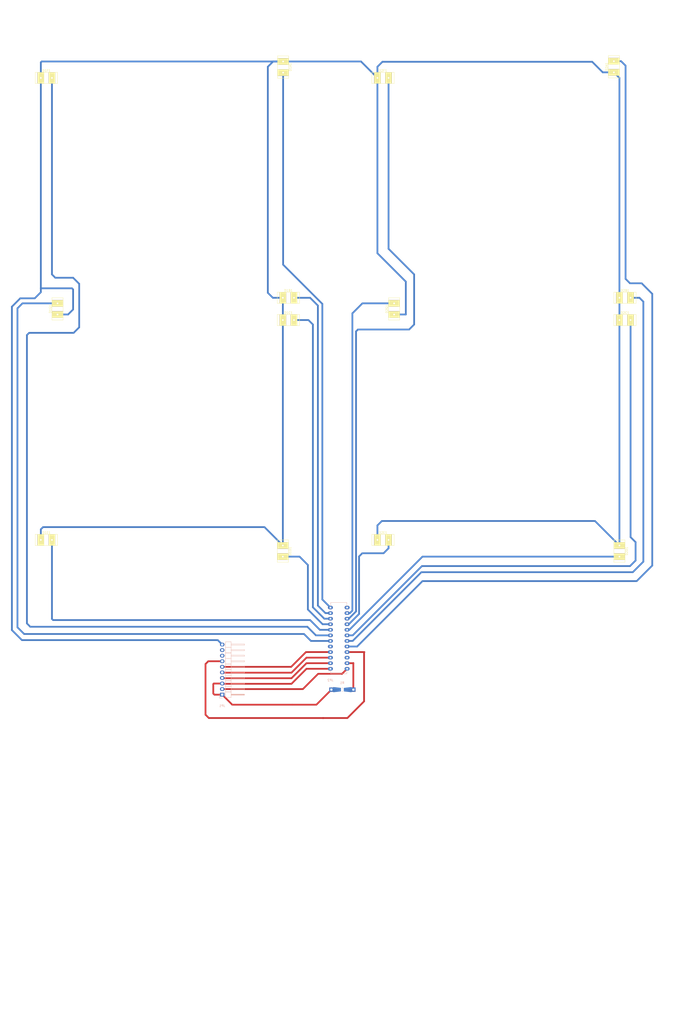
<source format=kicad_pcb>
(kicad_pcb (version 4) (host pcbnew 4.0.4-stable)

  (general
    (links 39)
    (no_connects 2)
    (area 20.727999 16.986 345.204573 482.954001)
    (thickness 1.6)
    (drawings 41)
    (tracks 192)
    (zones 0)
    (modules 17)
    (nets 28)
  )

  (page USLegal portrait)
  (title_block
    (title "Scorepoint: Digits")
    (date 2016-12-13)
    (rev 0)
    (company IPS)
    (comment 1 "Paloma Chavez")
  )

  (layers
    (0 F.Cu signal)
    (31 B.Cu signal)
    (32 B.Adhes user)
    (33 F.Adhes user)
    (34 B.Paste user)
    (35 F.Paste user)
    (36 B.SilkS user)
    (37 F.SilkS user)
    (38 B.Mask user)
    (39 F.Mask user)
    (40 Dwgs.User user)
    (41 Cmts.User user)
    (42 Eco1.User user)
    (43 Eco2.User user)
    (44 Edge.Cuts user)
    (45 Margin user)
    (46 B.CrtYd user)
    (47 F.CrtYd user)
    (48 B.Fab user)
    (49 F.Fab user)
  )

  (setup
    (last_trace_width 0.8)
    (trace_clearance 0.254)
    (zone_clearance 0.508)
    (zone_45_only yes)
    (trace_min 0.254)
    (segment_width 0.2)
    (edge_width 0.15)
    (via_size 0.889)
    (via_drill 0.635)
    (via_min_size 0.889)
    (via_min_drill 0.508)
    (uvia_size 0.508)
    (uvia_drill 0.127)
    (uvias_allowed no)
    (uvia_min_size 0.508)
    (uvia_min_drill 0.127)
    (pcb_text_width 0.3)
    (pcb_text_size 3 3)
    (mod_edge_width 0.15)
    (mod_text_size 1 1)
    (mod_text_width 0.15)
    (pad_size 1.524 1.524)
    (pad_drill 0.762)
    (pad_to_mask_clearance 0.2)
    (aux_axis_origin 0 0)
    (visible_elements 7FFFFFFF)
    (pcbplotparams
      (layerselection 0x00000_80000001)
      (usegerberextensions false)
      (excludeedgelayer true)
      (linewidth 0.100000)
      (plotframeref false)
      (viasonmask false)
      (mode 1)
      (useauxorigin false)
      (hpglpennumber 1)
      (hpglpenspeed 20)
      (hpglpendiameter 15)
      (hpglpenoverlay 2)
      (psnegative false)
      (psa4output false)
      (plotreference false)
      (plotvalue false)
      (plotinvisibletext false)
      (padsonsilk false)
      (subtractmaskfromsilk false)
      (outputformat 4)
      (mirror true)
      (drillshape 2)
      (scaleselection 1)
      (outputdirectory ""))
  )

  (net 0 "")
  (net 1 /d1a)
  (net 2 /12V)
  (net 3 /d1b)
  (net 4 /d1c)
  (net 5 /d1d)
  (net 6 /d1e)
  (net 7 /d1f)
  (net 8 /d1g)
  (net 9 /d2a)
  (net 10 /d2b)
  (net 11 /d2c)
  (net 12 /d2d)
  (net 13 /d2e)
  (net 14 /d2f)
  (net 15 /d2g)
  (net 16 /5V)
  (net 17 /GND)
  (net 18 /SDI)
  (net 19 /CLK)
  (net 20 /LE)
  (net 21 /OE)
  (net 22 "Net-(JP1-Pad8)")
  (net 23 "Net-(JP1-Pad9)")
  (net 24 "Net-(JP2-Pad5)")
  (net 25 "Net-(JP2-Pad13)")
  (net 26 "Net-(JP2-Pad22)")
  (net 27 "Net-(JP2-Pad23)")

  (net_class Default "This is the default net class."
    (clearance 0.254)
    (trace_width 0.8)
    (via_dia 0.889)
    (via_drill 0.635)
    (uvia_dia 0.508)
    (uvia_drill 0.127)
    (add_net /12V)
    (add_net /5V)
    (add_net /CLK)
    (add_net /GND)
    (add_net /LE)
    (add_net /OE)
    (add_net /SDI)
    (add_net /d1a)
    (add_net /d1b)
    (add_net /d1c)
    (add_net /d1d)
    (add_net /d1e)
    (add_net /d1f)
    (add_net /d1g)
    (add_net /d2a)
    (add_net /d2b)
    (add_net /d2c)
    (add_net /d2d)
    (add_net /d2e)
    (add_net /d2f)
    (add_net /d2g)
    (add_net "Net-(JP1-Pad8)")
    (add_net "Net-(JP1-Pad9)")
    (add_net "Net-(JP2-Pad13)")
    (add_net "Net-(JP2-Pad22)")
    (add_net "Net-(JP2-Pad23)")
    (add_net "Net-(JP2-Pad5)")
  )

  (module Scorepoint:LedStrip (layer F.Cu) (tedit 5849AA68) (tstamp 58503AF0)
    (at 149.987 46.355 270)
    (path /5849B1D6)
    (fp_text reference D1A1 (at 0 -3.31 270) (layer F.SilkS)
      (effects (font (size 1 1) (thickness 0.15)))
    )
    (fp_text value LEDStrip (at 0 -4.31 270) (layer F.Fab)
      (effects (font (size 1 1) (thickness 0.15)))
    )
    (fp_line (start -5.08 -2.54) (end 5.08 -2.54) (layer F.SilkS) (width 0.15))
    (fp_line (start 5.08 -2.54) (end 5.08 2.54) (layer F.SilkS) (width 0.15))
    (fp_line (start 5.08 2.54) (end -5.08 2.54) (layer F.SilkS) (width 0.15))
    (fp_line (start -5.08 2.54) (end -5.08 -2.54) (layer F.SilkS) (width 0.15))
    (pad - thru_hole rect (at 2.54 0 270) (size 3 5) (drill 0.762) (layers *.Cu *.Mask F.SilkS)
      (net 1 /d1a))
    (pad + thru_hole rect (at -2.54 0 270) (size 3 5) (drill 0.762) (layers *.Cu *.Mask F.SilkS)
      (net 2 /12V))
  )

  (module Scorepoint:LedStrip (layer F.Cu) (tedit 5849AA68) (tstamp 58503AF6)
    (at 152.4 151.638)
    (path /5849B1FF)
    (fp_text reference D1B1 (at 0 -3.31) (layer F.SilkS)
      (effects (font (size 1 1) (thickness 0.15)))
    )
    (fp_text value LEDStrip (at 0 -4.31) (layer F.Fab)
      (effects (font (size 1 1) (thickness 0.15)))
    )
    (fp_line (start -5.08 -2.54) (end 5.08 -2.54) (layer F.SilkS) (width 0.15))
    (fp_line (start 5.08 -2.54) (end 5.08 2.54) (layer F.SilkS) (width 0.15))
    (fp_line (start 5.08 2.54) (end -5.08 2.54) (layer F.SilkS) (width 0.15))
    (fp_line (start -5.08 2.54) (end -5.08 -2.54) (layer F.SilkS) (width 0.15))
    (pad - thru_hole rect (at 2.54 0) (size 3 5) (drill 0.762) (layers *.Cu *.Mask F.SilkS)
      (net 3 /d1b))
    (pad + thru_hole rect (at -2.54 0) (size 3 5) (drill 0.762) (layers *.Cu *.Mask F.SilkS)
      (net 2 /12V))
  )

  (module Scorepoint:LedStrip (layer F.Cu) (tedit 5849AA68) (tstamp 58503AFC)
    (at 152.4 161.798)
    (path /5849B2D0)
    (fp_text reference D1C1 (at 0 -3.31) (layer F.SilkS)
      (effects (font (size 1 1) (thickness 0.15)))
    )
    (fp_text value LEDStrip (at 0 -4.31) (layer F.Fab)
      (effects (font (size 1 1) (thickness 0.15)))
    )
    (fp_line (start -5.08 -2.54) (end 5.08 -2.54) (layer F.SilkS) (width 0.15))
    (fp_line (start 5.08 -2.54) (end 5.08 2.54) (layer F.SilkS) (width 0.15))
    (fp_line (start 5.08 2.54) (end -5.08 2.54) (layer F.SilkS) (width 0.15))
    (fp_line (start -5.08 2.54) (end -5.08 -2.54) (layer F.SilkS) (width 0.15))
    (pad - thru_hole rect (at 2.54 0) (size 3 5) (drill 0.762) (layers *.Cu *.Mask F.SilkS)
      (net 4 /d1c))
    (pad + thru_hole rect (at -2.54 0) (size 3 5) (drill 0.762) (layers *.Cu *.Mask F.SilkS)
      (net 2 /12V))
  )

  (module Scorepoint:LedStrip (layer F.Cu) (tedit 5849AA68) (tstamp 58503B02)
    (at 149.86 267.208 270)
    (path /5849B375)
    (fp_text reference D1D1 (at 0 -3.31 270) (layer F.SilkS)
      (effects (font (size 1 1) (thickness 0.15)))
    )
    (fp_text value LEDStrip (at 0 -4.31 270) (layer F.Fab)
      (effects (font (size 1 1) (thickness 0.15)))
    )
    (fp_line (start -5.08 -2.54) (end 5.08 -2.54) (layer F.SilkS) (width 0.15))
    (fp_line (start 5.08 -2.54) (end 5.08 2.54) (layer F.SilkS) (width 0.15))
    (fp_line (start 5.08 2.54) (end -5.08 2.54) (layer F.SilkS) (width 0.15))
    (fp_line (start -5.08 2.54) (end -5.08 -2.54) (layer F.SilkS) (width 0.15))
    (pad - thru_hole rect (at 2.54 0 270) (size 3 5) (drill 0.762) (layers *.Cu *.Mask F.SilkS)
      (net 5 /d1d))
    (pad + thru_hole rect (at -2.54 0 270) (size 3 5) (drill 0.762) (layers *.Cu *.Mask F.SilkS)
      (net 2 /12V))
  )

  (module Scorepoint:LedStrip (layer F.Cu) (tedit 5849AA68) (tstamp 58503B08)
    (at 41.91 262.128)
    (path /5849B301)
    (fp_text reference D1E1 (at 0 -3.31) (layer F.SilkS)
      (effects (font (size 1 1) (thickness 0.15)))
    )
    (fp_text value LEDStrip (at 0 -4.31) (layer F.Fab)
      (effects (font (size 1 1) (thickness 0.15)))
    )
    (fp_line (start -5.08 -2.54) (end 5.08 -2.54) (layer F.SilkS) (width 0.15))
    (fp_line (start 5.08 -2.54) (end 5.08 2.54) (layer F.SilkS) (width 0.15))
    (fp_line (start 5.08 2.54) (end -5.08 2.54) (layer F.SilkS) (width 0.15))
    (fp_line (start -5.08 2.54) (end -5.08 -2.54) (layer F.SilkS) (width 0.15))
    (pad - thru_hole rect (at 2.54 0) (size 3 5) (drill 0.762) (layers *.Cu *.Mask F.SilkS)
      (net 6 /d1e))
    (pad + thru_hole rect (at -2.54 0) (size 3 5) (drill 0.762) (layers *.Cu *.Mask F.SilkS)
      (net 2 /12V))
  )

  (module Scorepoint:LedStrip (layer F.Cu) (tedit 5849AA68) (tstamp 58503B0E)
    (at 41.91 51.308)
    (path /5849B25D)
    (fp_text reference D1F1 (at 0 -3.31) (layer F.SilkS)
      (effects (font (size 1 1) (thickness 0.15)))
    )
    (fp_text value LEDStrip (at 0 -4.31) (layer F.Fab)
      (effects (font (size 1 1) (thickness 0.15)))
    )
    (fp_line (start -5.08 -2.54) (end 5.08 -2.54) (layer F.SilkS) (width 0.15))
    (fp_line (start 5.08 -2.54) (end 5.08 2.54) (layer F.SilkS) (width 0.15))
    (fp_line (start 5.08 2.54) (end -5.08 2.54) (layer F.SilkS) (width 0.15))
    (fp_line (start -5.08 2.54) (end -5.08 -2.54) (layer F.SilkS) (width 0.15))
    (pad - thru_hole rect (at 2.54 0) (size 3 5) (drill 0.762) (layers *.Cu *.Mask F.SilkS)
      (net 7 /d1f))
    (pad + thru_hole rect (at -2.54 0) (size 3 5) (drill 0.762) (layers *.Cu *.Mask F.SilkS)
      (net 2 /12V))
  )

  (module Scorepoint:LedStrip (layer F.Cu) (tedit 5849AA68) (tstamp 58503B14)
    (at 46.99 156.718 90)
    (path /5849B29C)
    (fp_text reference D1G1 (at 0 -3.31 90) (layer F.SilkS)
      (effects (font (size 1 1) (thickness 0.15)))
    )
    (fp_text value LEDStrip (at 0 -4.31 90) (layer F.Fab)
      (effects (font (size 1 1) (thickness 0.15)))
    )
    (fp_line (start -5.08 -2.54) (end 5.08 -2.54) (layer F.SilkS) (width 0.15))
    (fp_line (start 5.08 -2.54) (end 5.08 2.54) (layer F.SilkS) (width 0.15))
    (fp_line (start 5.08 2.54) (end -5.08 2.54) (layer F.SilkS) (width 0.15))
    (fp_line (start -5.08 2.54) (end -5.08 -2.54) (layer F.SilkS) (width 0.15))
    (pad - thru_hole rect (at 2.54 0 90) (size 3 5) (drill 0.762) (layers *.Cu *.Mask F.SilkS)
      (net 8 /d1g))
    (pad + thru_hole rect (at -2.54 0 90) (size 3 5) (drill 0.762) (layers *.Cu *.Mask F.SilkS)
      (net 2 /12V))
  )

  (module Scorepoint:LedStrip (layer F.Cu) (tedit 5849AA68) (tstamp 58503B1A)
    (at 300.99 46.228 90)
    (path /5849B5C6)
    (fp_text reference D2A1 (at 0 -3.31 90) (layer F.SilkS)
      (effects (font (size 1 1) (thickness 0.15)))
    )
    (fp_text value LEDStrip (at 0 -4.31 90) (layer F.Fab)
      (effects (font (size 1 1) (thickness 0.15)))
    )
    (fp_line (start -5.08 -2.54) (end 5.08 -2.54) (layer F.SilkS) (width 0.15))
    (fp_line (start 5.08 -2.54) (end 5.08 2.54) (layer F.SilkS) (width 0.15))
    (fp_line (start 5.08 2.54) (end -5.08 2.54) (layer F.SilkS) (width 0.15))
    (fp_line (start -5.08 2.54) (end -5.08 -2.54) (layer F.SilkS) (width 0.15))
    (pad - thru_hole rect (at 2.54 0 90) (size 3 5) (drill 0.762) (layers *.Cu *.Mask F.SilkS)
      (net 9 /d2a))
    (pad + thru_hole rect (at -2.54 0 90) (size 3 5) (drill 0.762) (layers *.Cu *.Mask F.SilkS)
      (net 2 /12V))
  )

  (module Scorepoint:LedStrip (layer F.Cu) (tedit 5849AA68) (tstamp 58503B20)
    (at 306.07 151.638)
    (path /5849B5CC)
    (fp_text reference D2B1 (at 0 -3.31) (layer F.SilkS)
      (effects (font (size 1 1) (thickness 0.15)))
    )
    (fp_text value LEDStrip (at 0 -4.31) (layer F.Fab)
      (effects (font (size 1 1) (thickness 0.15)))
    )
    (fp_line (start -5.08 -2.54) (end 5.08 -2.54) (layer F.SilkS) (width 0.15))
    (fp_line (start 5.08 -2.54) (end 5.08 2.54) (layer F.SilkS) (width 0.15))
    (fp_line (start 5.08 2.54) (end -5.08 2.54) (layer F.SilkS) (width 0.15))
    (fp_line (start -5.08 2.54) (end -5.08 -2.54) (layer F.SilkS) (width 0.15))
    (pad - thru_hole rect (at 2.54 0) (size 3 5) (drill 0.762) (layers *.Cu *.Mask F.SilkS)
      (net 10 /d2b))
    (pad + thru_hole rect (at -2.54 0) (size 3 5) (drill 0.762) (layers *.Cu *.Mask F.SilkS)
      (net 2 /12V))
  )

  (module Scorepoint:LedStrip (layer F.Cu) (tedit 5849AA68) (tstamp 58503B26)
    (at 306.07 161.798)
    (path /5849B5DE)
    (fp_text reference D2C1 (at 0 -3.31) (layer F.SilkS)
      (effects (font (size 1 1) (thickness 0.15)))
    )
    (fp_text value LEDStrip (at 0 -4.31) (layer F.Fab)
      (effects (font (size 1 1) (thickness 0.15)))
    )
    (fp_line (start -5.08 -2.54) (end 5.08 -2.54) (layer F.SilkS) (width 0.15))
    (fp_line (start 5.08 -2.54) (end 5.08 2.54) (layer F.SilkS) (width 0.15))
    (fp_line (start 5.08 2.54) (end -5.08 2.54) (layer F.SilkS) (width 0.15))
    (fp_line (start -5.08 2.54) (end -5.08 -2.54) (layer F.SilkS) (width 0.15))
    (pad - thru_hole rect (at 2.54 0) (size 3 5) (drill 0.762) (layers *.Cu *.Mask F.SilkS)
      (net 11 /d2c))
    (pad + thru_hole rect (at -2.54 0) (size 3 5) (drill 0.762) (layers *.Cu *.Mask F.SilkS)
      (net 2 /12V))
  )

  (module Scorepoint:LedStrip (layer F.Cu) (tedit 5849AA68) (tstamp 58503B2C)
    (at 303.53 267.208 270)
    (path /5849B5EA)
    (fp_text reference D2D1 (at 0 -3.31 270) (layer F.SilkS)
      (effects (font (size 1 1) (thickness 0.15)))
    )
    (fp_text value LEDStrip (at 0 -4.31 270) (layer F.Fab)
      (effects (font (size 1 1) (thickness 0.15)))
    )
    (fp_line (start -5.08 -2.54) (end 5.08 -2.54) (layer F.SilkS) (width 0.15))
    (fp_line (start 5.08 -2.54) (end 5.08 2.54) (layer F.SilkS) (width 0.15))
    (fp_line (start 5.08 2.54) (end -5.08 2.54) (layer F.SilkS) (width 0.15))
    (fp_line (start -5.08 2.54) (end -5.08 -2.54) (layer F.SilkS) (width 0.15))
    (pad - thru_hole rect (at 2.54 0 270) (size 3 5) (drill 0.762) (layers *.Cu *.Mask F.SilkS)
      (net 12 /d2d))
    (pad + thru_hole rect (at -2.54 0 270) (size 3 5) (drill 0.762) (layers *.Cu *.Mask F.SilkS)
      (net 2 /12V))
  )

  (module Scorepoint:LedStrip (layer F.Cu) (tedit 5849AA68) (tstamp 58503B32)
    (at 195.58 262.128)
    (path /5849B5E4)
    (fp_text reference D2E1 (at 0 -3.31) (layer F.SilkS)
      (effects (font (size 1 1) (thickness 0.15)))
    )
    (fp_text value LEDStrip (at 0 -4.31) (layer F.Fab)
      (effects (font (size 1 1) (thickness 0.15)))
    )
    (fp_line (start -5.08 -2.54) (end 5.08 -2.54) (layer F.SilkS) (width 0.15))
    (fp_line (start 5.08 -2.54) (end 5.08 2.54) (layer F.SilkS) (width 0.15))
    (fp_line (start 5.08 2.54) (end -5.08 2.54) (layer F.SilkS) (width 0.15))
    (fp_line (start -5.08 2.54) (end -5.08 -2.54) (layer F.SilkS) (width 0.15))
    (pad - thru_hole rect (at 2.54 0) (size 3 5) (drill 0.762) (layers *.Cu *.Mask F.SilkS)
      (net 13 /d2e))
    (pad + thru_hole rect (at -2.54 0) (size 3 5) (drill 0.762) (layers *.Cu *.Mask F.SilkS)
      (net 2 /12V))
  )

  (module Scorepoint:LedStrip (layer F.Cu) (tedit 5849AA68) (tstamp 58503B38)
    (at 195.58 51.308)
    (path /5849B5D2)
    (fp_text reference D2F1 (at 0 -3.31) (layer F.SilkS)
      (effects (font (size 1 1) (thickness 0.15)))
    )
    (fp_text value LEDStrip (at 0 -4.31) (layer F.Fab)
      (effects (font (size 1 1) (thickness 0.15)))
    )
    (fp_line (start -5.08 -2.54) (end 5.08 -2.54) (layer F.SilkS) (width 0.15))
    (fp_line (start 5.08 -2.54) (end 5.08 2.54) (layer F.SilkS) (width 0.15))
    (fp_line (start 5.08 2.54) (end -5.08 2.54) (layer F.SilkS) (width 0.15))
    (fp_line (start -5.08 2.54) (end -5.08 -2.54) (layer F.SilkS) (width 0.15))
    (pad - thru_hole rect (at 2.54 0) (size 3 5) (drill 0.762) (layers *.Cu *.Mask F.SilkS)
      (net 14 /d2f))
    (pad + thru_hole rect (at -2.54 0) (size 3 5) (drill 0.762) (layers *.Cu *.Mask F.SilkS)
      (net 2 /12V))
  )

  (module Scorepoint:LedStrip (layer F.Cu) (tedit 5849AA68) (tstamp 58503B3E)
    (at 200.66 156.718 90)
    (path /5849B5D8)
    (fp_text reference D2G1 (at 0 -3.31 90) (layer F.SilkS)
      (effects (font (size 1 1) (thickness 0.15)))
    )
    (fp_text value LEDStrip (at 0 -4.31 90) (layer F.Fab)
      (effects (font (size 1 1) (thickness 0.15)))
    )
    (fp_line (start -5.08 -2.54) (end 5.08 -2.54) (layer F.SilkS) (width 0.15))
    (fp_line (start 5.08 -2.54) (end 5.08 2.54) (layer F.SilkS) (width 0.15))
    (fp_line (start 5.08 2.54) (end -5.08 2.54) (layer F.SilkS) (width 0.15))
    (fp_line (start -5.08 2.54) (end -5.08 -2.54) (layer F.SilkS) (width 0.15))
    (pad - thru_hole rect (at 2.54 0 90) (size 3 5) (drill 0.762) (layers *.Cu *.Mask F.SilkS)
      (net 15 /d2g))
    (pad + thru_hole rect (at -2.54 0 90) (size 3 5) (drill 0.762) (layers *.Cu *.Mask F.SilkS)
      (net 2 /12V))
  )

  (module Housings_DIP:DIP-24_W7.62mm_LongPads (layer B.Cu) (tedit 54130A77) (tstamp 5851E816)
    (at 171.577 320.929)
    (descr "24-lead dip package, row spacing 7.62 mm (300 mils), longer pads")
    (tags "dil dip 2.54 300")
    (path /584B5594)
    (fp_text reference JP2 (at 0 5.22) (layer B.SilkS)
      (effects (font (size 1 1) (thickness 0.15)) (justify mirror))
    )
    (fp_text value ICsocket (at 0 3.72) (layer B.Fab)
      (effects (font (size 1 1) (thickness 0.15)) (justify mirror))
    )
    (fp_line (start -1.4 2.45) (end -1.4 -30.4) (layer B.CrtYd) (width 0.05))
    (fp_line (start 9 2.45) (end 9 -30.4) (layer B.CrtYd) (width 0.05))
    (fp_line (start -1.4 2.45) (end 9 2.45) (layer B.CrtYd) (width 0.05))
    (fp_line (start -1.4 -30.4) (end 9 -30.4) (layer B.CrtYd) (width 0.05))
    (fp_line (start 0.135 2.295) (end 0.135 1.025) (layer B.SilkS) (width 0.15))
    (fp_line (start 7.485 2.295) (end 7.485 1.025) (layer B.SilkS) (width 0.15))
    (fp_line (start 7.485 -30.235) (end 7.485 -28.965) (layer B.SilkS) (width 0.15))
    (fp_line (start 0.135 -30.235) (end 0.135 -28.965) (layer B.SilkS) (width 0.15))
    (fp_line (start 0.135 2.295) (end 7.485 2.295) (layer B.SilkS) (width 0.15))
    (fp_line (start 0.135 -30.235) (end 7.485 -30.235) (layer B.SilkS) (width 0.15))
    (fp_line (start 0.135 1.025) (end -1.15 1.025) (layer B.SilkS) (width 0.15))
    (pad 1 thru_hole oval (at 0 0) (size 2.3 1.6) (drill 0.8) (layers *.Cu *.Mask)
      (net 17 /GND))
    (pad 2 thru_hole oval (at 0 -2.54) (size 2.3 1.6) (drill 0.8) (layers *.Cu *.Mask)
      (net 18 /SDI))
    (pad 3 thru_hole oval (at 0 -5.08) (size 2.3 1.6) (drill 0.8) (layers *.Cu *.Mask)
      (net 19 /CLK))
    (pad 4 thru_hole oval (at 0 -7.62) (size 2.3 1.6) (drill 0.8) (layers *.Cu *.Mask)
      (net 20 /LE))
    (pad 5 thru_hole oval (at 0 -10.16) (size 2.3 1.6) (drill 0.8) (layers *.Cu *.Mask)
      (net 24 "Net-(JP2-Pad5)"))
    (pad 6 thru_hole oval (at 0 -12.7) (size 2.3 1.6) (drill 0.8) (layers *.Cu *.Mask)
      (net 8 /d1g))
    (pad 7 thru_hole oval (at 0 -15.24) (size 2.3 1.6) (drill 0.8) (layers *.Cu *.Mask)
      (net 7 /d1f))
    (pad 8 thru_hole oval (at 0 -17.78) (size 2.3 1.6) (drill 0.8) (layers *.Cu *.Mask)
      (net 6 /d1e))
    (pad 9 thru_hole oval (at 0 -20.32) (size 2.3 1.6) (drill 0.8) (layers *.Cu *.Mask)
      (net 5 /d1d))
    (pad 10 thru_hole oval (at 0 -22.86) (size 2.3 1.6) (drill 0.8) (layers *.Cu *.Mask)
      (net 4 /d1c))
    (pad 11 thru_hole oval (at 0 -25.4) (size 2.3 1.6) (drill 0.8) (layers *.Cu *.Mask)
      (net 3 /d1b))
    (pad 12 thru_hole oval (at 0 -27.94) (size 2.3 1.6) (drill 0.8) (layers *.Cu *.Mask)
      (net 1 /d1a))
    (pad 13 thru_hole oval (at 7.62 -27.94) (size 2.3 1.6) (drill 0.8) (layers *.Cu *.Mask)
      (net 25 "Net-(JP2-Pad13)"))
    (pad 14 thru_hole oval (at 7.62 -25.4) (size 2.3 1.6) (drill 0.8) (layers *.Cu *.Mask)
      (net 15 /d2g))
    (pad 15 thru_hole oval (at 7.62 -22.86) (size 2.3 1.6) (drill 0.8) (layers *.Cu *.Mask)
      (net 14 /d2f))
    (pad 16 thru_hole oval (at 7.62 -20.32) (size 2.3 1.6) (drill 0.8) (layers *.Cu *.Mask)
      (net 13 /d2e))
    (pad 17 thru_hole oval (at 7.62 -17.78) (size 2.3 1.6) (drill 0.8) (layers *.Cu *.Mask)
      (net 12 /d2d))
    (pad 18 thru_hole oval (at 7.62 -15.24) (size 2.3 1.6) (drill 0.8) (layers *.Cu *.Mask)
      (net 11 /d2c))
    (pad 19 thru_hole oval (at 7.62 -12.7) (size 2.3 1.6) (drill 0.8) (layers *.Cu *.Mask)
      (net 10 /d2b))
    (pad 20 thru_hole oval (at 7.62 -10.16) (size 2.3 1.6) (drill 0.8) (layers *.Cu *.Mask)
      (net 9 /d2a))
    (pad 21 thru_hole oval (at 7.62 -7.62) (size 2.3 1.6) (drill 0.8) (layers *.Cu *.Mask)
      (net 21 /OE))
    (pad 22 thru_hole oval (at 7.62 -5.08) (size 2.3 1.6) (drill 0.8) (layers *.Cu *.Mask)
      (net 26 "Net-(JP2-Pad22)"))
    (pad 23 thru_hole oval (at 7.62 -2.54) (size 2.3 1.6) (drill 0.8) (layers *.Cu *.Mask)
      (net 27 "Net-(JP2-Pad23)"))
    (pad 24 thru_hole oval (at 7.62 0) (size 2.3 1.6) (drill 0.8) (layers *.Cu *.Mask)
      (net 16 /5V))
    (model Housings_DIP.3dshapes/DIP-24_W7.62mm_LongPads.wrl
      (at (xyz 0 0 0))
      (scale (xyz 1 1 1))
      (rotate (xyz 0 0 0))
    )
  )

  (module Pin_Headers:Pin_Header_Angled_1x10 (layer B.Cu) (tedit 0) (tstamp 5851FA50)
    (at 122.174 332.74)
    (descr "Through hole pin header")
    (tags "pin header")
    (path /584F646B)
    (fp_text reference JP1 (at 0 5.1) (layer B.SilkS)
      (effects (font (size 1 1) (thickness 0.15)) (justify mirror))
    )
    (fp_text value PINHD-1X10 (at 0 3.1) (layer B.Fab)
      (effects (font (size 1 1) (thickness 0.15)) (justify mirror))
    )
    (fp_line (start -1.5 1.75) (end -1.5 -24.65) (layer B.CrtYd) (width 0.05))
    (fp_line (start 10.65 1.75) (end 10.65 -24.65) (layer B.CrtYd) (width 0.05))
    (fp_line (start -1.5 1.75) (end 10.65 1.75) (layer B.CrtYd) (width 0.05))
    (fp_line (start -1.5 -24.65) (end 10.65 -24.65) (layer B.CrtYd) (width 0.05))
    (fp_line (start -1.3 1.55) (end -1.3 0) (layer B.SilkS) (width 0.15))
    (fp_line (start 0 1.55) (end -1.3 1.55) (layer B.SilkS) (width 0.15))
    (fp_line (start 4.191 0.127) (end 10.033 0.127) (layer B.SilkS) (width 0.15))
    (fp_line (start 10.033 0.127) (end 10.033 -0.127) (layer B.SilkS) (width 0.15))
    (fp_line (start 10.033 -0.127) (end 4.191 -0.127) (layer B.SilkS) (width 0.15))
    (fp_line (start 4.191 -0.127) (end 4.191 0) (layer B.SilkS) (width 0.15))
    (fp_line (start 4.191 0) (end 10.033 0) (layer B.SilkS) (width 0.15))
    (fp_line (start 1.524 -17.526) (end 1.143 -17.526) (layer B.SilkS) (width 0.15))
    (fp_line (start 1.524 -18.034) (end 1.143 -18.034) (layer B.SilkS) (width 0.15))
    (fp_line (start 1.524 -20.066) (end 1.143 -20.066) (layer B.SilkS) (width 0.15))
    (fp_line (start 1.524 -20.574) (end 1.143 -20.574) (layer B.SilkS) (width 0.15))
    (fp_line (start 1.524 -22.606) (end 1.143 -22.606) (layer B.SilkS) (width 0.15))
    (fp_line (start 1.524 -23.114) (end 1.143 -23.114) (layer B.SilkS) (width 0.15))
    (fp_line (start 1.524 0.254) (end 1.143 0.254) (layer B.SilkS) (width 0.15))
    (fp_line (start 1.524 -0.254) (end 1.143 -0.254) (layer B.SilkS) (width 0.15))
    (fp_line (start 1.524 -2.286) (end 1.143 -2.286) (layer B.SilkS) (width 0.15))
    (fp_line (start 1.524 -2.794) (end 1.143 -2.794) (layer B.SilkS) (width 0.15))
    (fp_line (start 1.524 -4.826) (end 1.143 -4.826) (layer B.SilkS) (width 0.15))
    (fp_line (start 1.524 -5.334) (end 1.143 -5.334) (layer B.SilkS) (width 0.15))
    (fp_line (start 1.524 -15.494) (end 1.143 -15.494) (layer B.SilkS) (width 0.15))
    (fp_line (start 1.524 -14.986) (end 1.143 -14.986) (layer B.SilkS) (width 0.15))
    (fp_line (start 1.524 -12.954) (end 1.143 -12.954) (layer B.SilkS) (width 0.15))
    (fp_line (start 1.524 -12.446) (end 1.143 -12.446) (layer B.SilkS) (width 0.15))
    (fp_line (start 1.524 -10.414) (end 1.143 -10.414) (layer B.SilkS) (width 0.15))
    (fp_line (start 1.524 -9.906) (end 1.143 -9.906) (layer B.SilkS) (width 0.15))
    (fp_line (start 1.524 -7.874) (end 1.143 -7.874) (layer B.SilkS) (width 0.15))
    (fp_line (start 1.524 -7.366) (end 1.143 -7.366) (layer B.SilkS) (width 0.15))
    (fp_line (start 1.524 -13.97) (end 4.064 -13.97) (layer B.SilkS) (width 0.15))
    (fp_line (start 1.524 -13.97) (end 1.524 -16.51) (layer B.SilkS) (width 0.15))
    (fp_line (start 1.524 -16.51) (end 4.064 -16.51) (layer B.SilkS) (width 0.15))
    (fp_line (start 4.064 -14.986) (end 10.16 -14.986) (layer B.SilkS) (width 0.15))
    (fp_line (start 10.16 -14.986) (end 10.16 -15.494) (layer B.SilkS) (width 0.15))
    (fp_line (start 10.16 -15.494) (end 4.064 -15.494) (layer B.SilkS) (width 0.15))
    (fp_line (start 4.064 -16.51) (end 4.064 -13.97) (layer B.SilkS) (width 0.15))
    (fp_line (start 4.064 -19.05) (end 4.064 -16.51) (layer B.SilkS) (width 0.15))
    (fp_line (start 10.16 -18.034) (end 4.064 -18.034) (layer B.SilkS) (width 0.15))
    (fp_line (start 10.16 -17.526) (end 10.16 -18.034) (layer B.SilkS) (width 0.15))
    (fp_line (start 4.064 -17.526) (end 10.16 -17.526) (layer B.SilkS) (width 0.15))
    (fp_line (start 1.524 -19.05) (end 4.064 -19.05) (layer B.SilkS) (width 0.15))
    (fp_line (start 1.524 -16.51) (end 1.524 -19.05) (layer B.SilkS) (width 0.15))
    (fp_line (start 1.524 -16.51) (end 4.064 -16.51) (layer B.SilkS) (width 0.15))
    (fp_line (start 1.524 -21.59) (end 4.064 -21.59) (layer B.SilkS) (width 0.15))
    (fp_line (start 1.524 -21.59) (end 1.524 -24.13) (layer B.SilkS) (width 0.15))
    (fp_line (start 4.064 -22.606) (end 10.16 -22.606) (layer B.SilkS) (width 0.15))
    (fp_line (start 10.16 -22.606) (end 10.16 -23.114) (layer B.SilkS) (width 0.15))
    (fp_line (start 10.16 -23.114) (end 4.064 -23.114) (layer B.SilkS) (width 0.15))
    (fp_line (start 4.064 -24.13) (end 4.064 -21.59) (layer B.SilkS) (width 0.15))
    (fp_line (start 4.064 -21.59) (end 4.064 -19.05) (layer B.SilkS) (width 0.15))
    (fp_line (start 10.16 -20.574) (end 4.064 -20.574) (layer B.SilkS) (width 0.15))
    (fp_line (start 10.16 -20.066) (end 10.16 -20.574) (layer B.SilkS) (width 0.15))
    (fp_line (start 4.064 -20.066) (end 10.16 -20.066) (layer B.SilkS) (width 0.15))
    (fp_line (start 1.524 -21.59) (end 4.064 -21.59) (layer B.SilkS) (width 0.15))
    (fp_line (start 1.524 -19.05) (end 1.524 -21.59) (layer B.SilkS) (width 0.15))
    (fp_line (start 1.524 -19.05) (end 4.064 -19.05) (layer B.SilkS) (width 0.15))
    (fp_line (start 1.524 -24.13) (end 4.064 -24.13) (layer B.SilkS) (width 0.15))
    (fp_line (start 1.524 1.27) (end 4.064 1.27) (layer B.SilkS) (width 0.15))
    (fp_line (start 1.524 -1.27) (end 4.064 -1.27) (layer B.SilkS) (width 0.15))
    (fp_line (start 1.524 -1.27) (end 1.524 -3.81) (layer B.SilkS) (width 0.15))
    (fp_line (start 1.524 -3.81) (end 4.064 -3.81) (layer B.SilkS) (width 0.15))
    (fp_line (start 4.064 -2.286) (end 10.16 -2.286) (layer B.SilkS) (width 0.15))
    (fp_line (start 10.16 -2.286) (end 10.16 -2.794) (layer B.SilkS) (width 0.15))
    (fp_line (start 10.16 -2.794) (end 4.064 -2.794) (layer B.SilkS) (width 0.15))
    (fp_line (start 4.064 -3.81) (end 4.064 -1.27) (layer B.SilkS) (width 0.15))
    (fp_line (start 4.064 -1.27) (end 4.064 1.27) (layer B.SilkS) (width 0.15))
    (fp_line (start 10.16 -0.254) (end 4.064 -0.254) (layer B.SilkS) (width 0.15))
    (fp_line (start 10.16 0.254) (end 10.16 -0.254) (layer B.SilkS) (width 0.15))
    (fp_line (start 4.064 0.254) (end 10.16 0.254) (layer B.SilkS) (width 0.15))
    (fp_line (start 1.524 -1.27) (end 4.064 -1.27) (layer B.SilkS) (width 0.15))
    (fp_line (start 1.524 1.27) (end 1.524 -1.27) (layer B.SilkS) (width 0.15))
    (fp_line (start 1.524 -8.89) (end 4.064 -8.89) (layer B.SilkS) (width 0.15))
    (fp_line (start 1.524 -8.89) (end 1.524 -11.43) (layer B.SilkS) (width 0.15))
    (fp_line (start 1.524 -11.43) (end 4.064 -11.43) (layer B.SilkS) (width 0.15))
    (fp_line (start 4.064 -9.906) (end 10.16 -9.906) (layer B.SilkS) (width 0.15))
    (fp_line (start 10.16 -9.906) (end 10.16 -10.414) (layer B.SilkS) (width 0.15))
    (fp_line (start 10.16 -10.414) (end 4.064 -10.414) (layer B.SilkS) (width 0.15))
    (fp_line (start 4.064 -11.43) (end 4.064 -8.89) (layer B.SilkS) (width 0.15))
    (fp_line (start 4.064 -13.97) (end 4.064 -11.43) (layer B.SilkS) (width 0.15))
    (fp_line (start 10.16 -12.954) (end 4.064 -12.954) (layer B.SilkS) (width 0.15))
    (fp_line (start 10.16 -12.446) (end 10.16 -12.954) (layer B.SilkS) (width 0.15))
    (fp_line (start 4.064 -12.446) (end 10.16 -12.446) (layer B.SilkS) (width 0.15))
    (fp_line (start 1.524 -13.97) (end 4.064 -13.97) (layer B.SilkS) (width 0.15))
    (fp_line (start 1.524 -11.43) (end 1.524 -13.97) (layer B.SilkS) (width 0.15))
    (fp_line (start 1.524 -11.43) (end 4.064 -11.43) (layer B.SilkS) (width 0.15))
    (fp_line (start 1.524 -6.35) (end 4.064 -6.35) (layer B.SilkS) (width 0.15))
    (fp_line (start 1.524 -6.35) (end 1.524 -8.89) (layer B.SilkS) (width 0.15))
    (fp_line (start 1.524 -8.89) (end 4.064 -8.89) (layer B.SilkS) (width 0.15))
    (fp_line (start 4.064 -7.366) (end 10.16 -7.366) (layer B.SilkS) (width 0.15))
    (fp_line (start 10.16 -7.366) (end 10.16 -7.874) (layer B.SilkS) (width 0.15))
    (fp_line (start 10.16 -7.874) (end 4.064 -7.874) (layer B.SilkS) (width 0.15))
    (fp_line (start 4.064 -8.89) (end 4.064 -6.35) (layer B.SilkS) (width 0.15))
    (fp_line (start 4.064 -6.35) (end 4.064 -3.81) (layer B.SilkS) (width 0.15))
    (fp_line (start 10.16 -5.334) (end 4.064 -5.334) (layer B.SilkS) (width 0.15))
    (fp_line (start 10.16 -4.826) (end 10.16 -5.334) (layer B.SilkS) (width 0.15))
    (fp_line (start 4.064 -4.826) (end 10.16 -4.826) (layer B.SilkS) (width 0.15))
    (fp_line (start 1.524 -6.35) (end 4.064 -6.35) (layer B.SilkS) (width 0.15))
    (fp_line (start 1.524 -3.81) (end 1.524 -6.35) (layer B.SilkS) (width 0.15))
    (fp_line (start 1.524 -3.81) (end 4.064 -3.81) (layer B.SilkS) (width 0.15))
    (pad 1 thru_hole rect (at 0 0) (size 2.032 1.7272) (drill 1.016) (layers *.Cu *.Mask)
      (net 17 /GND))
    (pad 2 thru_hole oval (at 0 -2.54) (size 2.032 1.7272) (drill 1.016) (layers *.Cu *.Mask)
      (net 16 /5V))
    (pad 3 thru_hole oval (at 0 -5.08) (size 2.032 1.7272) (drill 1.016) (layers *.Cu *.Mask)
      (net 17 /GND))
    (pad 4 thru_hole oval (at 0 -7.62) (size 2.032 1.7272) (drill 1.016) (layers *.Cu *.Mask)
      (net 18 /SDI))
    (pad 5 thru_hole oval (at 0 -10.16) (size 2.032 1.7272) (drill 1.016) (layers *.Cu *.Mask)
      (net 19 /CLK))
    (pad 6 thru_hole oval (at 0 -12.7) (size 2.032 1.7272) (drill 1.016) (layers *.Cu *.Mask)
      (net 20 /LE))
    (pad 7 thru_hole oval (at 0 -15.24) (size 2.032 1.7272) (drill 1.016) (layers *.Cu *.Mask)
      (net 21 /OE))
    (pad 8 thru_hole oval (at 0 -17.78) (size 2.032 1.7272) (drill 1.016) (layers *.Cu *.Mask)
      (net 22 "Net-(JP1-Pad8)"))
    (pad 9 thru_hole oval (at 0 -20.32) (size 2.032 1.7272) (drill 1.016) (layers *.Cu *.Mask)
      (net 23 "Net-(JP1-Pad9)"))
    (pad 10 thru_hole oval (at 0 -22.86) (size 2.032 1.7272) (drill 1.016) (layers *.Cu *.Mask)
      (net 2 /12V))
    (model Pin_Headers.3dshapes/Pin_Header_Angled_1x10.wrl
      (at (xyz 0 -0.45 0))
      (scale (xyz 1 1 1))
      (rotate (xyz 0 0 90))
    )
  )

  (module Resistors_Universal:Resistor_SMD+THTuniversal_0805to1206_RM10_HandSoldering (layer B.Cu) (tedit 0) (tstamp 5851FA5C)
    (at 177.038 330.454 180)
    (descr "Resistor, SMD and THT, universal, 0805 to 1206,RM10,  Hand soldering,")
    (tags "Resistor, SMD and THT, universal, 0805 to 1206, RM10, Hand soldering,")
    (path /584F5E9D)
    (fp_text reference R1 (at 0.09906 3.0988 180) (layer B.SilkS)
      (effects (font (size 1 1) (thickness 0.15)) (justify mirror))
    )
    (fp_text value 560 (at -0.39878 -4.20116 180) (layer B.Fab)
      (effects (font (size 1 1) (thickness 0.15)) (justify mirror))
    )
    (fp_line (start 0 -0.8001) (end 0.20066 -0.8001) (layer B.SilkS) (width 0.15))
    (fp_line (start 0 -0.8001) (end -0.20066 -0.8001) (layer B.SilkS) (width 0.15))
    (fp_line (start -0.09906 0.8001) (end -0.20066 0.8001) (layer B.SilkS) (width 0.15))
    (fp_line (start -0.20066 0.8001) (end 0.20066 0.8001) (layer B.SilkS) (width 0.15))
    (pad 1 smd trapezoid (at -2.413 0 180) (size 3.50012 1.99898) (rect_delta 0.39878 0 ) (layers B.Cu B.Paste B.Mask)
      (net 27 "Net-(JP2-Pad23)"))
    (pad 2 smd trapezoid (at 2.413 0) (size 3.50012 1.99898) (rect_delta 0.39878 0 ) (layers B.Cu B.Paste B.Mask)
      (net 17 /GND))
    (pad 1 thru_hole rect (at -5.00126 0) (size 1.99898 1.99898) (drill 1.00076) (layers *.Cu *.Mask)
      (net 27 "Net-(JP2-Pad23)"))
    (pad 2 thru_hole rect (at 5.00126 0) (size 1.99898 1.99898) (drill 1.00076) (layers *.Cu *.Mask)
      (net 17 /GND))
  )

  (gr_line (start 20.828 25.654) (end 21.082 25.654) (angle 90) (layer Cmts.User) (width 0.2))
  (gr_line (start 20.828 482.854) (end 20.828 25.654) (angle 90) (layer Cmts.User) (width 0.2))
  (gr_line (start 325.628 482.854) (end 20.828 482.854) (angle 90) (layer Cmts.User) (width 0.2))
  (gr_line (start 325.628 25.654) (end 325.628 482.854) (angle 90) (layer Cmts.User) (width 0.2))
  (gr_line (start 20.828 25.654) (end 325.628 25.654) (angle 90) (layer Cmts.User) (width 0.2))
  (gr_line (start 20.828 482.854) (end 20.828 25.654) (angle 90) (layer F.Fab) (width 0.2))
  (gr_line (start 325.882 482.854) (end 20.828 482.854) (angle 90) (layer F.Fab) (width 0.2))
  (gr_line (start 325.882 25.654) (end 325.882 482.854) (angle 90) (layer F.Fab) (width 0.2))
  (gr_line (start 21.082 25.654) (end 325.882 25.654) (angle 90) (layer F.Fab) (width 0.2))
  (gr_line (start 325.882 25.654) (end 325.882 482.854) (angle 90) (layer F.Fab) (width 0.2))
  (gr_line (start 21.082 25.654) (end 325.882 25.654) (angle 90) (layer F.Fab) (width 0.2))
  (dimension 100.33 (width 0.3) (layer F.Fab) (tstamp 5851FC54)
    (gr_text "100.330 mm" (at 311.15 101.473 270) (layer F.Fab) (tstamp 5851FC55)
      (effects (font (size 1.5 1.5) (thickness 0.3)))
    )
    (feature1 (pts (xy 309.88 151.638) (xy 311.15 151.638)))
    (feature2 (pts (xy 309.88 51.308) (xy 311.15 51.308)))
    (crossbar (pts (xy 311.15 51.308) (xy 311.15 151.638)))
    (arrow1a (pts (xy 311.15 151.638) (xy 310.563579 150.511496)))
    (arrow1b (pts (xy 311.15 151.638) (xy 311.736421 150.511496)))
    (arrow2a (pts (xy 311.15 51.308) (xy 310.563579 52.434504)))
    (arrow2b (pts (xy 311.15 51.308) (xy 311.736421 52.434504)))
  )
  (dimension 100.33 (width 0.3) (layer F.Fab) (tstamp 5851FC45)
    (gr_text "100.330 mm" (at 311.15 211.963 90) (layer F.Fab) (tstamp 5851FC46)
      (effects (font (size 1.5 1.5) (thickness 0.3)))
    )
    (feature1 (pts (xy 309.88 262.128) (xy 311.15 262.128)))
    (feature2 (pts (xy 309.88 161.798) (xy 311.15 161.798)))
    (crossbar (pts (xy 311.15 161.798) (xy 311.15 262.128)))
    (arrow1a (pts (xy 311.15 262.128) (xy 310.563579 261.001496)))
    (arrow1b (pts (xy 311.15 262.128) (xy 311.736421 261.001496)))
    (arrow2a (pts (xy 311.15 161.798) (xy 310.563579 162.924504)))
    (arrow2b (pts (xy 311.15 161.798) (xy 311.736421 162.924504)))
  )
  (dimension 457.2 (width 0.3) (layer F.Fab)
    (gr_text "457.200 mm" (at 330.776 254.254 270) (layer F.Fab)
      (effects (font (size 3 3) (thickness 0.3)))
    )
    (feature1 (pts (xy 328.676 482.854) (xy 332.876 482.854)))
    (feature2 (pts (xy 328.676 25.654) (xy 332.876 25.654)))
    (crossbar (pts (xy 328.676 25.654) (xy 328.676 482.854)))
    (arrow1a (pts (xy 328.676 482.854) (xy 328.089579 481.727496)))
    (arrow1b (pts (xy 328.676 482.854) (xy 329.262421 481.727496)))
    (arrow2a (pts (xy 328.676 25.654) (xy 328.089579 26.780504)))
    (arrow2b (pts (xy 328.676 25.654) (xy 329.262421 26.780504)))
  )
  (dimension 304.8 (width 0.3) (layer F.Fab)
    (gr_text "304.800 mm" (at 173.482 19.236) (layer F.Fab)
      (effects (font (size 3 3) (thickness 0.3)))
    )
    (feature1 (pts (xy 325.882 26.416) (xy 325.882 17.136)))
    (feature2 (pts (xy 21.082 26.416) (xy 21.082 17.136)))
    (crossbar (pts (xy 21.082 21.336) (xy 325.882 21.336)))
    (arrow1a (pts (xy 325.882 21.336) (xy 324.755496 21.922421)))
    (arrow1b (pts (xy 325.882 21.336) (xy 324.755496 20.749579)))
    (arrow2a (pts (xy 21.082 21.336) (xy 22.208504 21.922421)))
    (arrow2b (pts (xy 21.082 21.336) (xy 22.208504 20.749579)))
  )
  (dimension 100.33 (width 0.3) (layer F.Fab) (tstamp 58506EA8)
    (gr_text "100.330 mm" (at 97.155 272.288) (layer F.Fab) (tstamp 58506EA9)
      (effects (font (size 1.5 1.5) (thickness 0.3)))
    )
    (feature1 (pts (xy 46.99 271.018) (xy 46.99 272.288)))
    (feature2 (pts (xy 147.32 271.018) (xy 147.32 272.288)))
    (crossbar (pts (xy 147.32 272.288) (xy 46.99 272.288)))
    (arrow1a (pts (xy 46.99 272.288) (xy 48.116504 271.701579)))
    (arrow1b (pts (xy 46.99 272.288) (xy 48.116504 272.874421)))
    (arrow2a (pts (xy 147.32 272.288) (xy 146.193496 271.701579)))
    (arrow2b (pts (xy 147.32 272.288) (xy 146.193496 272.874421)))
  )
  (dimension 100.33 (width 0.3) (layer F.Fab) (tstamp 58506E85)
    (gr_text "100.330 mm" (at 300.99 211.963 90) (layer F.Fab) (tstamp 58506E86)
      (effects (font (size 1.5 1.5) (thickness 0.3)))
    )
    (feature1 (pts (xy 302.26 262.128) (xy 300.99 262.128)))
    (feature2 (pts (xy 302.26 161.798) (xy 300.99 161.798)))
    (crossbar (pts (xy 300.99 161.798) (xy 300.99 262.128)))
    (arrow1a (pts (xy 300.99 262.128) (xy 300.403579 261.001496)))
    (arrow1b (pts (xy 300.99 262.128) (xy 301.576421 261.001496)))
    (arrow2a (pts (xy 300.99 161.798) (xy 300.403579 162.924504)))
    (arrow2b (pts (xy 300.99 161.798) (xy 301.576421 162.924504)))
  )
  (dimension 100.33 (width 0.3) (layer F.Fab) (tstamp 58506E73)
    (gr_text "100.330 mm" (at 190.5 211.963 270) (layer F.Fab) (tstamp 58506E74)
      (effects (font (size 1.5 1.5) (thickness 0.3)))
    )
    (feature1 (pts (xy 191.77 262.128) (xy 190.5 262.128)))
    (feature2 (pts (xy 191.77 161.798) (xy 190.5 161.798)))
    (crossbar (pts (xy 190.5 161.798) (xy 190.5 262.128)))
    (arrow1a (pts (xy 190.5 262.128) (xy 189.913579 261.001496)))
    (arrow1b (pts (xy 190.5 262.128) (xy 191.086421 261.001496)))
    (arrow2a (pts (xy 190.5 161.798) (xy 189.913579 162.924504)))
    (arrow2b (pts (xy 190.5 161.798) (xy 191.086421 162.924504)))
  )
  (dimension 100.33 (width 0.3) (layer F.Fab) (tstamp 58506E55)
    (gr_text "100.330 mm" (at 200.66 211.963 270) (layer F.Fab) (tstamp 58506E56)
      (effects (font (size 1.5 1.5) (thickness 0.3)))
    )
    (feature1 (pts (xy 199.39 262.128) (xy 200.66 262.128)))
    (feature2 (pts (xy 199.39 161.798) (xy 200.66 161.798)))
    (crossbar (pts (xy 200.66 161.798) (xy 200.66 262.128)))
    (arrow1a (pts (xy 200.66 262.128) (xy 200.073579 261.001496)))
    (arrow1b (pts (xy 200.66 262.128) (xy 201.246421 261.001496)))
    (arrow2a (pts (xy 200.66 161.798) (xy 200.073579 162.924504)))
    (arrow2b (pts (xy 200.66 161.798) (xy 201.246421 162.924504)))
  )
  (dimension 100.33 (width 0.3) (layer F.Fab) (tstamp 58506E47)
    (gr_text "100.330 mm" (at 250.825 272.288) (layer F.Fab) (tstamp 58506E48)
      (effects (font (size 1.5 1.5) (thickness 0.3)))
    )
    (feature1 (pts (xy 300.99 271.018) (xy 300.99 272.288)))
    (feature2 (pts (xy 200.66 271.018) (xy 200.66 272.288)))
    (crossbar (pts (xy 200.66 272.288) (xy 300.99 272.288)))
    (arrow1a (pts (xy 300.99 272.288) (xy 299.863496 272.874421)))
    (arrow1b (pts (xy 300.99 272.288) (xy 299.863496 271.701579)))
    (arrow2a (pts (xy 200.66 272.288) (xy 201.786504 272.874421)))
    (arrow2b (pts (xy 200.66 272.288) (xy 201.786504 271.701579)))
  )
  (dimension 100.33 (width 0.3) (layer F.Fab) (tstamp 58506E35)
    (gr_text "100.330 mm" (at 300.99 101.473 270) (layer F.Fab) (tstamp 58506E36)
      (effects (font (size 1.5 1.5) (thickness 0.3)))
    )
    (feature1 (pts (xy 302.26 151.638) (xy 300.99 151.638)))
    (feature2 (pts (xy 302.26 51.308) (xy 300.99 51.308)))
    (crossbar (pts (xy 300.99 51.308) (xy 300.99 151.638)))
    (arrow1a (pts (xy 300.99 151.638) (xy 300.403579 150.511496)))
    (arrow1b (pts (xy 300.99 151.638) (xy 301.576421 150.511496)))
    (arrow2a (pts (xy 300.99 51.308) (xy 300.403579 52.434504)))
    (arrow2b (pts (xy 300.99 51.308) (xy 301.576421 52.434504)))
  )
  (dimension 100.33 (width 0.3) (layer F.Fab) (tstamp 58506E1F)
    (gr_text "100.330 mm" (at 250.825 262.128) (layer F.Fab) (tstamp 58506E20)
      (effects (font (size 1.5 1.5) (thickness 0.3)))
    )
    (feature1 (pts (xy 300.99 263.398) (xy 300.99 262.128)))
    (feature2 (pts (xy 200.66 263.398) (xy 200.66 262.128)))
    (crossbar (pts (xy 200.66 262.128) (xy 300.99 262.128)))
    (arrow1a (pts (xy 300.99 262.128) (xy 299.863496 262.714421)))
    (arrow1b (pts (xy 300.99 262.128) (xy 299.863496 261.541579)))
    (arrow2a (pts (xy 200.66 262.128) (xy 201.786504 262.714421)))
    (arrow2b (pts (xy 200.66 262.128) (xy 201.786504 261.541579)))
  )
  (dimension 100.33 (width 0.3) (layer F.Fab) (tstamp 58506E0D)
    (gr_text "100.330 mm" (at 250.825 161.798) (layer F.Fab) (tstamp 58506E0E)
      (effects (font (size 1.5 1.5) (thickness 0.3)))
    )
    (feature1 (pts (xy 200.66 160.528) (xy 200.66 161.798)))
    (feature2 (pts (xy 300.99 160.528) (xy 300.99 161.798)))
    (crossbar (pts (xy 300.99 161.798) (xy 200.66 161.798)))
    (arrow1a (pts (xy 200.66 161.798) (xy 201.786504 161.211579)))
    (arrow1b (pts (xy 200.66 161.798) (xy 201.786504 162.384421)))
    (arrow2a (pts (xy 300.99 161.798) (xy 299.863496 161.211579)))
    (arrow2b (pts (xy 300.99 161.798) (xy 299.863496 162.384421)))
  )
  (dimension 100.33 (width 0.3) (layer F.Fab) (tstamp 58506DE7)
    (gr_text "100.330 mm" (at 250.825 151.638) (layer F.Fab) (tstamp 58506DE8)
      (effects (font (size 1.5 1.5) (thickness 0.3)))
    )
    (feature1 (pts (xy 200.66 152.908) (xy 200.66 151.638)))
    (feature2 (pts (xy 300.99 152.908) (xy 300.99 151.638)))
    (crossbar (pts (xy 300.99 151.638) (xy 200.66 151.638)))
    (arrow1a (pts (xy 200.66 151.638) (xy 201.786504 151.051579)))
    (arrow1b (pts (xy 200.66 151.638) (xy 201.786504 152.224421)))
    (arrow2a (pts (xy 300.99 151.638) (xy 299.863496 151.051579)))
    (arrow2b (pts (xy 300.99 151.638) (xy 299.863496 152.224421)))
  )
  (dimension 100.33 (width 0.3) (layer F.Fab) (tstamp 58506DB0)
    (gr_text "100.330 mm" (at 190.5 101.473 270) (layer F.Fab) (tstamp 58506DB1)
      (effects (font (size 1.5 1.5) (thickness 0.3)))
    )
    (feature1 (pts (xy 191.77 151.638) (xy 190.5 151.638)))
    (feature2 (pts (xy 191.77 51.308) (xy 190.5 51.308)))
    (crossbar (pts (xy 190.5 51.308) (xy 190.5 151.638)))
    (arrow1a (pts (xy 190.5 151.638) (xy 189.913579 150.511496)))
    (arrow1b (pts (xy 190.5 151.638) (xy 191.086421 150.511496)))
    (arrow2a (pts (xy 190.5 51.308) (xy 189.913579 52.434504)))
    (arrow2b (pts (xy 190.5 51.308) (xy 191.086421 52.434504)))
  )
  (dimension 100.33 (width 0.3) (layer F.Fab) (tstamp 58506BB1)
    (gr_text "100.330 mm" (at 157.48 101.473 270) (layer F.Fab) (tstamp 58506BB2)
      (effects (font (size 1.5 1.5) (thickness 0.3)))
    )
    (feature1 (pts (xy 156.21 151.638) (xy 157.48 151.638)))
    (feature2 (pts (xy 156.21 51.308) (xy 157.48 51.308)))
    (crossbar (pts (xy 157.48 51.308) (xy 157.48 151.638)))
    (arrow1a (pts (xy 157.48 151.638) (xy 156.893579 150.511496)))
    (arrow1b (pts (xy 157.48 151.638) (xy 158.066421 150.511496)))
    (arrow2a (pts (xy 157.48 51.308) (xy 156.893579 52.434504)))
    (arrow2b (pts (xy 157.48 51.308) (xy 158.066421 52.434504)))
  )
  (dimension 100.33 (width 0.3) (layer F.Fab) (tstamp 58506D91)
    (gr_text "100.330 mm" (at 200.66 101.473 270) (layer F.Fab) (tstamp 58506D92)
      (effects (font (size 1.5 1.5) (thickness 0.3)))
    )
    (feature1 (pts (xy 199.39 151.638) (xy 200.66 151.638)))
    (feature2 (pts (xy 199.39 51.308) (xy 200.66 51.308)))
    (crossbar (pts (xy 200.66 51.308) (xy 200.66 151.638)))
    (arrow1a (pts (xy 200.66 151.638) (xy 200.073579 150.511496)))
    (arrow1b (pts (xy 200.66 151.638) (xy 201.246421 150.511496)))
    (arrow2a (pts (xy 200.66 51.308) (xy 200.073579 52.434504)))
    (arrow2b (pts (xy 200.66 51.308) (xy 201.246421 52.434504)))
  )
  (dimension 100.33 (width 0.3) (layer F.Fab) (tstamp 58506D76)
    (gr_text "100.330 mm" (at 250.825 51.308) (layer F.Fab) (tstamp 58506D77)
      (effects (font (size 1.5 1.5) (thickness 0.3)))
    )
    (feature1 (pts (xy 200.66 50.038) (xy 200.66 51.308)))
    (feature2 (pts (xy 300.99 50.038) (xy 300.99 51.308)))
    (crossbar (pts (xy 300.99 51.308) (xy 200.66 51.308)))
    (arrow1a (pts (xy 200.66 51.308) (xy 201.786504 50.721579)))
    (arrow1b (pts (xy 200.66 51.308) (xy 201.786504 51.894421)))
    (arrow2a (pts (xy 300.99 51.308) (xy 299.863496 50.721579)))
    (arrow2b (pts (xy 300.99 51.308) (xy 299.863496 51.894421)))
  )
  (dimension 100.33 (width 0.3) (layer F.Fab) (tstamp 58506D70)
    (gr_text "100.330 mm" (at 250.825 41.148) (layer F.Fab) (tstamp 58506D71)
      (effects (font (size 1.5 1.5) (thickness 0.3)))
    )
    (feature1 (pts (xy 200.66 42.418) (xy 200.66 41.148)))
    (feature2 (pts (xy 300.99 42.418) (xy 300.99 41.148)))
    (crossbar (pts (xy 300.99 41.148) (xy 200.66 41.148)))
    (arrow1a (pts (xy 200.66 41.148) (xy 201.786504 40.561579)))
    (arrow1b (pts (xy 200.66 41.148) (xy 201.786504 41.734421)))
    (arrow2a (pts (xy 300.99 41.148) (xy 299.863496 40.561579)))
    (arrow2b (pts (xy 300.99 41.148) (xy 299.863496 41.734421)))
  )
  (dimension 100.33 (width 0.3) (layer F.Fab) (tstamp 58506CEE)
    (gr_text "100.330 mm" (at 97.155 262.128) (layer F.Fab) (tstamp 58506CEF)
      (effects (font (size 1.5 1.5) (thickness 0.3)))
    )
    (feature1 (pts (xy 46.99 263.398) (xy 46.99 262.128)))
    (feature2 (pts (xy 147.32 263.398) (xy 147.32 262.128)))
    (crossbar (pts (xy 147.32 262.128) (xy 46.99 262.128)))
    (arrow1a (pts (xy 46.99 262.128) (xy 48.116504 261.541579)))
    (arrow1b (pts (xy 46.99 262.128) (xy 48.116504 262.714421)))
    (arrow2a (pts (xy 147.32 262.128) (xy 146.193496 261.541579)))
    (arrow2b (pts (xy 147.32 262.128) (xy 146.193496 262.714421)))
  )
  (dimension 100.33 (width 0.3) (layer F.Fab) (tstamp 58506C84)
    (gr_text "100.330 mm" (at 36.83 211.963 270) (layer F.Fab) (tstamp 58506C85)
      (effects (font (size 1.5 1.5) (thickness 0.3)))
    )
    (feature1 (pts (xy 38.1 262.128) (xy 36.83 262.128)))
    (feature2 (pts (xy 38.1 161.798) (xy 36.83 161.798)))
    (crossbar (pts (xy 36.83 161.798) (xy 36.83 262.128)))
    (arrow1a (pts (xy 36.83 262.128) (xy 36.243579 261.001496)))
    (arrow1b (pts (xy 36.83 262.128) (xy 37.416421 261.001496)))
    (arrow2a (pts (xy 36.83 161.798) (xy 36.243579 162.924504)))
    (arrow2b (pts (xy 36.83 161.798) (xy 37.416421 162.924504)))
  )
  (dimension 100.33 (width 0.3) (layer F.Fab) (tstamp 58506C73)
    (gr_text "100.330 mm" (at 46.99 211.963 270) (layer F.Fab) (tstamp 58506C74)
      (effects (font (size 1.5 1.5) (thickness 0.3)))
    )
    (feature1 (pts (xy 45.72 262.128) (xy 46.99 262.128)))
    (feature2 (pts (xy 45.72 161.798) (xy 46.99 161.798)))
    (crossbar (pts (xy 46.99 161.798) (xy 46.99 262.128)))
    (arrow1a (pts (xy 46.99 262.128) (xy 46.403579 261.001496)))
    (arrow1b (pts (xy 46.99 262.128) (xy 47.576421 261.001496)))
    (arrow2a (pts (xy 46.99 161.798) (xy 46.403579 162.924504)))
    (arrow2b (pts (xy 46.99 161.798) (xy 47.576421 162.924504)))
  )
  (dimension 100.33 (width 0.3) (layer F.Fab) (tstamp 58506C3A)
    (gr_text "100.330 mm" (at 147.32 211.963 270) (layer F.Fab) (tstamp 58506C3B)
      (effects (font (size 1.5 1.5) (thickness 0.3)))
    )
    (feature1 (pts (xy 148.59 262.128) (xy 147.32 262.128)))
    (feature2 (pts (xy 148.59 161.798) (xy 147.32 161.798)))
    (crossbar (pts (xy 147.32 161.798) (xy 147.32 262.128)))
    (arrow1a (pts (xy 147.32 262.128) (xy 146.733579 261.001496)))
    (arrow1b (pts (xy 147.32 262.128) (xy 147.906421 261.001496)))
    (arrow2a (pts (xy 147.32 161.798) (xy 146.733579 162.924504)))
    (arrow2b (pts (xy 147.32 161.798) (xy 147.906421 162.924504)))
  )
  (dimension 100.33 (width 0.3) (layer F.Fab) (tstamp 58506C34)
    (gr_text "100.330 mm" (at 157.48 211.963 270) (layer F.Fab) (tstamp 58506C35)
      (effects (font (size 1.5 1.5) (thickness 0.3)))
    )
    (feature1 (pts (xy 156.21 262.128) (xy 157.48 262.128)))
    (feature2 (pts (xy 156.21 161.798) (xy 157.48 161.798)))
    (crossbar (pts (xy 157.48 161.798) (xy 157.48 262.128)))
    (arrow1a (pts (xy 157.48 262.128) (xy 156.893579 261.001496)))
    (arrow1b (pts (xy 157.48 262.128) (xy 158.066421 261.001496)))
    (arrow2a (pts (xy 157.48 161.798) (xy 156.893579 162.924504)))
    (arrow2b (pts (xy 157.48 161.798) (xy 158.066421 162.924504)))
  )
  (dimension 100.33 (width 0.3) (layer F.Fab) (tstamp 58506BF8)
    (gr_text "100.330 mm" (at 97.155 161.798) (layer F.Fab) (tstamp 58506BF9)
      (effects (font (size 1.5 1.5) (thickness 0.3)))
    )
    (feature1 (pts (xy 46.99 160.528) (xy 46.99 161.798)))
    (feature2 (pts (xy 147.32 160.528) (xy 147.32 161.798)))
    (crossbar (pts (xy 147.32 161.798) (xy 46.99 161.798)))
    (arrow1a (pts (xy 46.99 161.798) (xy 48.116504 161.211579)))
    (arrow1b (pts (xy 46.99 161.798) (xy 48.116504 162.384421)))
    (arrow2a (pts (xy 147.32 161.798) (xy 146.193496 161.211579)))
    (arrow2b (pts (xy 147.32 161.798) (xy 146.193496 162.384421)))
  )
  (dimension 100.33 (width 0.3) (layer F.Fab) (tstamp 58506BE0)
    (gr_text "100.330 mm" (at 97.155 151.638) (layer F.Fab) (tstamp 58506BE1)
      (effects (font (size 1.5 1.5) (thickness 0.3)))
    )
    (feature1 (pts (xy 46.99 152.908) (xy 46.99 151.638)))
    (feature2 (pts (xy 147.32 152.908) (xy 147.32 151.638)))
    (crossbar (pts (xy 147.32 151.638) (xy 46.99 151.638)))
    (arrow1a (pts (xy 46.99 151.638) (xy 48.116504 151.051579)))
    (arrow1b (pts (xy 46.99 151.638) (xy 48.116504 152.224421)))
    (arrow2a (pts (xy 147.32 151.638) (xy 146.193496 151.051579)))
    (arrow2b (pts (xy 147.32 151.638) (xy 146.193496 152.224421)))
  )
  (dimension 100.33 (width 0.3) (layer F.Fab) (tstamp 58506BAA)
    (gr_text "100.330 mm" (at 147.32 101.473 270) (layer F.Fab) (tstamp 58506BAB)
      (effects (font (size 1.5 1.5) (thickness 0.3)))
    )
    (feature1 (pts (xy 148.59 151.638) (xy 147.32 151.638)))
    (feature2 (pts (xy 148.59 51.308) (xy 147.32 51.308)))
    (crossbar (pts (xy 147.32 51.308) (xy 147.32 151.638)))
    (arrow1a (pts (xy 147.32 151.638) (xy 146.733579 150.511496)))
    (arrow1b (pts (xy 147.32 151.638) (xy 147.906421 150.511496)))
    (arrow2a (pts (xy 147.32 51.308) (xy 146.733579 52.434504)))
    (arrow2b (pts (xy 147.32 51.308) (xy 147.906421 52.434504)))
  )
  (dimension 100.33 (width 0.3) (layer F.Fab) (tstamp 58506B9D)
    (gr_text "100.330 mm" (at 36.83 101.473 270) (layer F.Fab) (tstamp 58506B9E)
      (effects (font (size 1.5 1.5) (thickness 0.3)))
    )
    (feature1 (pts (xy 38.1 151.638) (xy 36.83 151.638)))
    (feature2 (pts (xy 38.1 51.308) (xy 36.83 51.308)))
    (crossbar (pts (xy 36.83 51.308) (xy 36.83 151.638)))
    (arrow1a (pts (xy 36.83 151.638) (xy 36.243579 150.511496)))
    (arrow1b (pts (xy 36.83 151.638) (xy 37.416421 150.511496)))
    (arrow2a (pts (xy 36.83 51.308) (xy 36.243579 52.434504)))
    (arrow2b (pts (xy 36.83 51.308) (xy 37.416421 52.434504)))
  )
  (dimension 100.33 (width 0.3) (layer F.Fab) (tstamp 58506B98)
    (gr_text "100.330 mm" (at 46.99 101.473 270) (layer F.Fab) (tstamp 58506B99)
      (effects (font (size 1.5 1.5) (thickness 0.3)))
    )
    (feature1 (pts (xy 45.72 151.638) (xy 46.99 151.638)))
    (feature2 (pts (xy 45.72 51.308) (xy 46.99 51.308)))
    (crossbar (pts (xy 46.99 51.308) (xy 46.99 151.638)))
    (arrow1a (pts (xy 46.99 151.638) (xy 46.403579 150.511496)))
    (arrow1b (pts (xy 46.99 151.638) (xy 47.576421 150.511496)))
    (arrow2a (pts (xy 46.99 51.308) (xy 46.403579 52.434504)))
    (arrow2b (pts (xy 46.99 51.308) (xy 47.576421 52.434504)))
  )
  (dimension 100.33 (width 0.3) (layer F.Fab) (tstamp 585064B1)
    (gr_text "100.330 mm" (at 97.155 51.308) (layer F.Fab) (tstamp 585064B2)
      (effects (font (size 1.5 1.5) (thickness 0.3)))
    )
    (feature1 (pts (xy 46.99 50.038) (xy 46.99 51.308)))
    (feature2 (pts (xy 147.32 50.038) (xy 147.32 51.308)))
    (crossbar (pts (xy 147.32 51.308) (xy 46.99 51.308)))
    (arrow1a (pts (xy 46.99 51.308) (xy 48.116504 50.721579)))
    (arrow1b (pts (xy 46.99 51.308) (xy 48.116504 51.894421)))
    (arrow2a (pts (xy 147.32 51.308) (xy 146.193496 50.721579)))
    (arrow2b (pts (xy 147.32 51.308) (xy 146.193496 51.894421)))
  )
  (dimension 100.33 (width 0.3) (layer F.Fab) (tstamp 585064A7)
    (gr_text "100.330 mm" (at 97.155 41.148) (layer F.Fab) (tstamp 585064A8)
      (effects (font (size 1.5 1.5) (thickness 0.3)))
    )
    (feature1 (pts (xy 46.99 42.418) (xy 46.99 41.148)))
    (feature2 (pts (xy 147.32 42.418) (xy 147.32 41.148)))
    (crossbar (pts (xy 147.32 41.148) (xy 46.99 41.148)))
    (arrow1a (pts (xy 46.99 41.148) (xy 48.116504 40.561579)))
    (arrow1b (pts (xy 46.99 41.148) (xy 48.116504 41.734421)))
    (arrow2a (pts (xy 147.32 41.148) (xy 146.193496 40.561579)))
    (arrow2b (pts (xy 147.32 41.148) (xy 146.193496 41.734421)))
  )

  (segment (start 149.987 48.895) (end 149.987 136.525) (width 0.8) (layer B.Cu) (net 1))
  (segment (start 167.894 289.306) (end 171.577 292.989) (width 0.8) (layer B.Cu) (net 1) (tstamp 5852DDF3))
  (segment (start 167.894 154.432) (end 167.894 289.306) (width 0.8) (layer B.Cu) (net 1) (tstamp 5852DDEB))
  (segment (start 149.987 136.525) (end 167.894 154.432) (width 0.8) (layer B.Cu) (net 1) (tstamp 5852DDE5))
  (segment (start 149.86 151.638) (end 145.288 151.638) (width 0.8) (layer B.Cu) (net 2))
  (segment (start 145.415 43.815) (end 149.987 43.815) (width 0.8) (layer B.Cu) (net 2) (tstamp 5852E3DF))
  (segment (start 143.002 46.228) (end 145.415 43.815) (width 0.8) (layer B.Cu) (net 2) (tstamp 5852E3DD))
  (segment (start 143.002 149.352) (end 143.002 46.228) (width 0.8) (layer B.Cu) (net 2) (tstamp 5852E3D9))
  (segment (start 145.288 151.638) (end 143.002 149.352) (width 0.8) (layer B.Cu) (net 2) (tstamp 5852E3D4))
  (segment (start 46.99 159.258) (end 51.816 159.258) (width 0.8) (layer B.Cu) (net 2))
  (segment (start 53.594 147.32) (end 39.37 147.32) (width 0.8) (layer B.Cu) (net 2) (tstamp 5852E321))
  (segment (start 54.102 147.828) (end 53.594 147.32) (width 0.8) (layer B.Cu) (net 2) (tstamp 5852E31F))
  (segment (start 54.102 156.972) (end 54.102 147.828) (width 0.8) (layer B.Cu) (net 2) (tstamp 5852E31B))
  (segment (start 51.816 159.258) (end 54.102 156.972) (width 0.8) (layer B.Cu) (net 2) (tstamp 5852E312))
  (segment (start 39.37 51.308) (end 39.37 147.32) (width 0.8) (layer B.Cu) (net 2))
  (segment (start 39.37 147.32) (end 39.37 149.098) (width 0.8) (layer B.Cu) (net 2) (tstamp 5852E325))
  (segment (start 120.142 307.848) (end 122.174 309.88) (width 0.8) (layer B.Cu) (net 2) (tstamp 5852E303))
  (segment (start 30.734 307.848) (end 120.142 307.848) (width 0.8) (layer B.Cu) (net 2) (tstamp 5852E301))
  (segment (start 26.162 303.276) (end 30.734 307.848) (width 0.8) (layer B.Cu) (net 2) (tstamp 5852E2FA))
  (segment (start 26.162 155.702) (end 26.162 303.276) (width 0.8) (layer B.Cu) (net 2) (tstamp 5852E2F7))
  (segment (start 29.972 151.892) (end 26.162 155.702) (width 0.8) (layer B.Cu) (net 2) (tstamp 5852E2F3))
  (segment (start 36.576 151.892) (end 29.972 151.892) (width 0.8) (layer B.Cu) (net 2) (tstamp 5852E2F1))
  (segment (start 39.37 149.098) (end 36.576 151.892) (width 0.8) (layer B.Cu) (net 2) (tstamp 5852E2EE))
  (segment (start 39.37 262.128) (end 39.37 257.302) (width 0.8) (layer B.Cu) (net 2))
  (segment (start 141.478 256.286) (end 149.86 264.668) (width 0.8) (layer B.Cu) (net 2) (tstamp 5852E029))
  (segment (start 40.386 256.286) (end 141.478 256.286) (width 0.8) (layer B.Cu) (net 2) (tstamp 5852E025))
  (segment (start 39.37 257.302) (end 40.386 256.286) (width 0.8) (layer B.Cu) (net 2) (tstamp 5852E024))
  (segment (start 193.04 51.308) (end 193.04 46.228) (width 0.8) (layer B.Cu) (net 2))
  (segment (start 295.91 48.768) (end 300.99 48.768) (width 0.8) (layer B.Cu) (net 2) (tstamp 5852DCA4))
  (segment (start 291.084 43.942) (end 295.91 48.768) (width 0.8) (layer B.Cu) (net 2) (tstamp 5852DC9F))
  (segment (start 195.326 43.942) (end 291.084 43.942) (width 0.8) (layer B.Cu) (net 2) (tstamp 5852DC9B))
  (segment (start 193.04 46.228) (end 195.326 43.942) (width 0.8) (layer B.Cu) (net 2) (tstamp 5852DC98))
  (segment (start 193.04 262.128) (end 193.04 255.524) (width 0.8) (layer B.Cu) (net 2))
  (segment (start 292.354 253.492) (end 303.53 264.668) (width 0.8) (layer B.Cu) (net 2) (tstamp 5852DA13))
  (segment (start 195.072 253.492) (end 292.354 253.492) (width 0.8) (layer B.Cu) (net 2) (tstamp 5852DA0D))
  (segment (start 193.04 255.524) (end 195.072 253.492) (width 0.8) (layer B.Cu) (net 2) (tstamp 5852DA0C))
  (segment (start 193.04 51.308) (end 185.547 43.815) (width 0.8) (layer B.Cu) (net 2))
  (segment (start 185.547 43.815) (end 149.987 43.815) (width 0.8) (layer B.Cu) (net 2) (tstamp 5851E059))
  (segment (start 193.04 51.308) (end 193.04 131.318) (width 0.8) (layer B.Cu) (net 2))
  (segment (start 193.04 131.318) (end 205.994 144.272) (width 0.8) (layer B.Cu) (net 2) (tstamp 5852D6A9))
  (segment (start 205.994 144.272) (end 205.994 159.258) (width 0.8) (layer B.Cu) (net 2) (tstamp 5852D6AD))
  (segment (start 205.994 159.258) (end 200.66 159.258) (width 0.8) (layer B.Cu) (net 2) (tstamp 5852D6B4))
  (segment (start 193.04 51.308) (end 193.294 51.054) (width 0.8) (layer B.Cu) (net 2))
  (segment (start 39.37 262.128) (end 39.497 262.255) (width 0.8) (layer F.Cu) (net 2))
  (segment (start 303.53 161.798) (end 303.53 264.668) (width 0.8) (layer B.Cu) (net 2))
  (segment (start 149.86 161.798) (end 149.86 264.668) (width 0.8) (layer B.Cu) (net 2))
  (segment (start 300.99 48.768) (end 303.53 51.308) (width 0.8) (layer B.Cu) (net 2))
  (segment (start 303.53 51.308) (end 303.53 151.638) (width 0.8) (layer B.Cu) (net 2) (tstamp 5851DF95))
  (segment (start 149.987 43.815) (end 150.114 43.942) (width 0.8) (layer B.Cu) (net 2))
  (segment (start 39.37 44.196) (end 39.751 43.815) (width 0.8) (layer B.Cu) (net 2))
  (segment (start 39.37 51.308) (end 39.37 44.196) (width 0.8) (layer B.Cu) (net 2))
  (segment (start 39.751 43.815) (end 149.987 43.815) (width 0.8) (layer B.Cu) (net 2) (tstamp 5851DF1F))
  (segment (start 303.53 151.638) (end 303.53 161.798) (width 0.8) (layer B.Cu) (net 2))
  (segment (start 149.86 151.638) (end 149.86 161.798) (width 0.8) (layer B.Cu) (net 2))
  (segment (start 154.94 151.638) (end 162.306 151.638) (width 0.8) (layer B.Cu) (net 3))
  (segment (start 169.291 295.529) (end 171.577 295.529) (width 0.8) (layer B.Cu) (net 3) (tstamp 5852DE81))
  (segment (start 165.862 292.1) (end 169.291 295.529) (width 0.8) (layer B.Cu) (net 3) (tstamp 5852DE76))
  (segment (start 165.862 155.194) (end 165.862 292.1) (width 0.8) (layer B.Cu) (net 3) (tstamp 5852DE74))
  (segment (start 162.306 151.638) (end 165.862 155.194) (width 0.8) (layer B.Cu) (net 3) (tstamp 5852DE6F))
  (segment (start 154.94 161.798) (end 161.544 161.798) (width 0.8) (layer B.Cu) (net 4))
  (segment (start 168.783 298.069) (end 171.577 298.069) (width 0.8) (layer B.Cu) (net 4) (tstamp 5852DE9F))
  (segment (start 163.576 292.862) (end 168.783 298.069) (width 0.8) (layer B.Cu) (net 4) (tstamp 5852DE95))
  (segment (start 163.576 163.83) (end 163.576 292.862) (width 0.8) (layer B.Cu) (net 4) (tstamp 5852DE90))
  (segment (start 161.544 161.798) (end 163.576 163.83) (width 0.8) (layer B.Cu) (net 4) (tstamp 5852DE89))
  (segment (start 149.86 269.748) (end 157.48 269.748) (width 0.8) (layer B.Cu) (net 5))
  (segment (start 168.021 300.609) (end 171.577 300.609) (width 0.8) (layer B.Cu) (net 5) (tstamp 5852DEB1))
  (segment (start 161.29 293.878) (end 168.021 300.609) (width 0.8) (layer B.Cu) (net 5) (tstamp 5852DEAF))
  (segment (start 161.29 273.558) (end 161.29 293.878) (width 0.8) (layer B.Cu) (net 5) (tstamp 5852DEAC))
  (segment (start 157.48 269.748) (end 161.29 273.558) (width 0.8) (layer B.Cu) (net 5) (tstamp 5852DEA6))
  (segment (start 44.45 262.128) (end 44.45 298.196) (width 0.8) (layer B.Cu) (net 6))
  (segment (start 166.751 303.149) (end 171.577 303.149) (width 0.8) (layer B.Cu) (net 6) (tstamp 5852DED5))
  (segment (start 162.306 298.704) (end 166.751 303.149) (width 0.8) (layer B.Cu) (net 6) (tstamp 5852DED2))
  (segment (start 44.958 298.704) (end 162.306 298.704) (width 0.8) (layer B.Cu) (net 6) (tstamp 5852DECB))
  (segment (start 44.45 298.196) (end 44.958 298.704) (width 0.8) (layer B.Cu) (net 6) (tstamp 5852DEBB))
  (segment (start 44.45 51.308) (end 44.45 140.97) (width 0.8) (layer B.Cu) (net 7))
  (segment (start 164.973 305.689) (end 171.577 305.689) (width 0.8) (layer B.Cu) (net 7) (tstamp 5852E1E4))
  (segment (start 161.036 301.752) (end 164.973 305.689) (width 0.8) (layer B.Cu) (net 7) (tstamp 5852E1E1))
  (segment (start 34.544 301.752) (end 161.036 301.752) (width 0.8) (layer B.Cu) (net 7) (tstamp 5852E1DD))
  (segment (start 33.02 300.228) (end 34.544 301.752) (width 0.8) (layer B.Cu) (net 7) (tstamp 5852E1D9))
  (segment (start 33.02 168.656) (end 33.02 300.228) (width 0.8) (layer B.Cu) (net 7) (tstamp 5852E1D5))
  (segment (start 34.036 167.64) (end 33.02 168.656) (width 0.8) (layer B.Cu) (net 7) (tstamp 5852E1D0))
  (segment (start 54.356 167.64) (end 34.036 167.64) (width 0.8) (layer B.Cu) (net 7) (tstamp 5852E1C7))
  (segment (start 56.896 165.1) (end 54.356 167.64) (width 0.8) (layer B.Cu) (net 7) (tstamp 5852E1C0))
  (segment (start 56.896 145.288) (end 56.896 165.1) (width 0.8) (layer B.Cu) (net 7) (tstamp 5852E1BE))
  (segment (start 54.102 142.494) (end 56.896 145.288) (width 0.8) (layer B.Cu) (net 7) (tstamp 5852E1BB))
  (segment (start 45.974 142.494) (end 54.102 142.494) (width 0.8) (layer B.Cu) (net 7) (tstamp 5852E1B8))
  (segment (start 44.45 140.97) (end 45.974 142.494) (width 0.8) (layer B.Cu) (net 7) (tstamp 5852E1B5))
  (segment (start 46.99 154.178) (end 30.988 154.178) (width 0.8) (layer B.Cu) (net 8))
  (segment (start 162.687 308.229) (end 171.577 308.229) (width 0.8) (layer B.Cu) (net 8) (tstamp 5852E1FF))
  (segment (start 159.512 305.054) (end 162.687 308.229) (width 0.8) (layer B.Cu) (net 8) (tstamp 5852E1FB))
  (segment (start 31.75 305.054) (end 159.512 305.054) (width 0.8) (layer B.Cu) (net 8) (tstamp 5852E1F8))
  (segment (start 28.702 302.006) (end 31.75 305.054) (width 0.8) (layer B.Cu) (net 8) (tstamp 5852E1F2))
  (segment (start 28.702 156.464) (end 28.702 302.006) (width 0.8) (layer B.Cu) (net 8) (tstamp 5852E1EF))
  (segment (start 30.988 154.178) (end 28.702 156.464) (width 0.8) (layer B.Cu) (net 8) (tstamp 5852E1EB))
  (segment (start 300.99 43.688) (end 304.292 43.688) (width 0.8) (layer B.Cu) (net 9))
  (segment (start 183.769 310.769) (end 179.197 310.769) (width 0.8) (layer B.Cu) (net 9) (tstamp 5852DCEE))
  (segment (start 213.614 280.924) (end 183.769 310.769) (width 0.8) (layer B.Cu) (net 9) (tstamp 5852DCEA))
  (segment (start 311.404 280.924) (end 213.614 280.924) (width 0.8) (layer B.Cu) (net 9) (tstamp 5852DCE8))
  (segment (start 318.516 273.812) (end 311.404 280.924) (width 0.8) (layer B.Cu) (net 9) (tstamp 5852DCE0))
  (segment (start 318.516 149.86) (end 318.516 273.812) (width 0.8) (layer B.Cu) (net 9) (tstamp 5852DCDE))
  (segment (start 313.69 145.034) (end 318.516 149.86) (width 0.8) (layer B.Cu) (net 9) (tstamp 5852DCDB))
  (segment (start 308.356 145.034) (end 313.69 145.034) (width 0.8) (layer B.Cu) (net 9) (tstamp 5852DCD8))
  (segment (start 306.324 143.002) (end 308.356 145.034) (width 0.8) (layer B.Cu) (net 9) (tstamp 5852DCD5))
  (segment (start 306.324 45.72) (end 306.324 143.002) (width 0.8) (layer B.Cu) (net 9) (tstamp 5852DCD1))
  (segment (start 304.292 43.688) (end 306.324 45.72) (width 0.8) (layer B.Cu) (net 9) (tstamp 5852DCCE))
  (segment (start 308.61 151.638) (end 312.674 151.638) (width 0.8) (layer B.Cu) (net 10))
  (segment (start 181.737 308.229) (end 179.197 308.229) (width 0.8) (layer B.Cu) (net 10) (tstamp 5852DBE0))
  (segment (start 213.106 276.86) (end 181.737 308.229) (width 0.8) (layer B.Cu) (net 10) (tstamp 5852DBDD))
  (segment (start 309.626 276.86) (end 213.106 276.86) (width 0.8) (layer B.Cu) (net 10) (tstamp 5852DBD8))
  (segment (start 314.452 272.034) (end 309.626 276.86) (width 0.8) (layer B.Cu) (net 10) (tstamp 5852DBD1))
  (segment (start 314.452 153.416) (end 314.452 272.034) (width 0.8) (layer B.Cu) (net 10) (tstamp 5852DBCE))
  (segment (start 312.674 151.638) (end 314.452 153.416) (width 0.8) (layer B.Cu) (net 10) (tstamp 5852DBCA))
  (segment (start 308.356 274.066) (end 213.36 274.066) (width 0.8) (layer B.Cu) (net 11))
  (segment (start 308.61 161.798) (end 308.61 260.858) (width 0.8) (layer B.Cu) (net 11))
  (segment (start 310.896 271.526) (end 308.356 274.066) (width 0.8) (layer B.Cu) (net 11) (tstamp 5852DB83))
  (segment (start 310.896 263.144) (end 310.896 271.526) (width 0.8) (layer B.Cu) (net 11) (tstamp 5852DB81))
  (segment (start 308.61 260.858) (end 310.896 263.144) (width 0.8) (layer B.Cu) (net 11) (tstamp 5852DB7C))
  (segment (start 181.737 305.689) (end 179.197 305.689) (width 0.8) (layer B.Cu) (net 11) (tstamp 5852DC6A))
  (segment (start 213.36 274.066) (end 181.737 305.689) (width 0.8) (layer B.Cu) (net 11) (tstamp 5852DC64))
  (segment (start 179.324 305.562) (end 179.197 305.689) (width 0.8) (layer B.Cu) (net 11) (tstamp 5852DBBB))
  (segment (start 303.53 269.748) (end 213.614 269.748) (width 0.8) (layer B.Cu) (net 12))
  (segment (start 213.614 269.748) (end 180.213 303.149) (width 0.8) (layer B.Cu) (net 12) (tstamp 5852DC29))
  (segment (start 180.213 303.149) (end 179.197 303.149) (width 0.8) (layer B.Cu) (net 12) (tstamp 5852DC33))
  (segment (start 179.959 303.149) (end 179.197 303.149) (width 0.8) (layer B.Cu) (net 12) (tstamp 5852DC13))
  (segment (start 180.213 303.149) (end 179.197 303.149) (width 0.8) (layer B.Cu) (net 12) (tstamp 5852DB25))
  (segment (start 198.12 262.128) (end 198.12 265.938) (width 0.8) (layer B.Cu) (net 13))
  (segment (start 184.658 295.91) (end 179.959 300.609) (width 0.8) (layer B.Cu) (net 13) (tstamp 5852DAF1))
  (segment (start 184.658 269.67571) (end 184.658 295.91) (width 0.8) (layer B.Cu) (net 13) (tstamp 5852DAE9))
  (segment (start 186.10971 268.224) (end 184.658 269.67571) (width 0.8) (layer B.Cu) (net 13) (tstamp 5852DAE6))
  (segment (start 195.834 268.224) (end 186.10971 268.224) (width 0.8) (layer B.Cu) (net 13) (tstamp 5852DAE2))
  (segment (start 198.12 265.938) (end 195.834 268.224) (width 0.8) (layer B.Cu) (net 13) (tstamp 5852DADE))
  (segment (start 179.959 300.609) (end 179.197 300.609) (width 0.8) (layer B.Cu) (net 13) (tstamp 5852DAFA))
  (segment (start 198.12 51.308) (end 198.12 129.286) (width 0.8) (layer B.Cu) (net 14))
  (segment (start 183.277708 294.750292) (end 179.959 298.069) (width 0.8) (layer B.Cu) (net 14) (tstamp 5852DAB0))
  (segment (start 183.277708 166.988292) (end 183.277708 294.750292) (width 0.8) (layer B.Cu) (net 14) (tstamp 5852DAA7))
  (segment (start 184.15 166.116) (end 183.277708 166.988292) (width 0.8) (layer B.Cu) (net 14) (tstamp 5852DAA0))
  (segment (start 207.518 166.116) (end 184.15 166.116) (width 0.8) (layer B.Cu) (net 14) (tstamp 5852DA99))
  (segment (start 209.804 163.83) (end 207.518 166.116) (width 0.8) (layer B.Cu) (net 14) (tstamp 5852DA98))
  (segment (start 209.804 140.97) (end 209.804 163.83) (width 0.8) (layer B.Cu) (net 14) (tstamp 5852DA91))
  (segment (start 198.12 129.286) (end 209.804 140.97) (width 0.8) (layer B.Cu) (net 14) (tstamp 5852DA8B))
  (segment (start 179.959 298.069) (end 179.197 298.069) (width 0.8) (layer B.Cu) (net 14) (tstamp 5852DAB5))
  (segment (start 179.197 295.529) (end 180.467 295.529) (width 0.8) (layer B.Cu) (net 15))
  (segment (start 186.182 154.178) (end 200.66 154.178) (width 0.8) (layer B.Cu) (net 15) (tstamp 5852DA84))
  (segment (start 181.61 158.75) (end 186.182 154.178) (width 0.8) (layer B.Cu) (net 15) (tstamp 5852DA77))
  (segment (start 181.61 294.386) (end 181.61 158.75) (width 0.8) (layer B.Cu) (net 15) (tstamp 5852DA73))
  (segment (start 180.467 295.529) (end 181.61 294.386) (width 0.8) (layer B.Cu) (net 15) (tstamp 5852DA70))
  (segment (start 176.911 323.215) (end 165.989 323.215) (width 0.8) (layer F.Cu) (net 16))
  (segment (start 159.004 330.2) (end 122.174 330.2) (width 0.8) (layer F.Cu) (net 16))
  (segment (start 165.989 323.215) (end 159.004 330.2) (width 0.8) (layer F.Cu) (net 16) (tstamp 5852E25C))
  (segment (start 176.784 323.342) (end 176.911 323.215) (width 0.8) (layer F.Cu) (net 16) (tstamp 5851FC04))
  (segment (start 176.911 323.215) (end 179.197 320.929) (width 0.8) (layer F.Cu) (net 16) (tstamp 5852E25A))
  (segment (start 154.178 337.312) (end 165.17874 337.312) (width 0.8) (layer F.Cu) (net 17))
  (segment (start 165.17874 337.312) (end 172.03674 330.454) (width 0.8) (layer F.Cu) (net 17) (tstamp 5852E262))
  (segment (start 171.577 320.929) (end 160.655 320.929) (width 0.8) (layer F.Cu) (net 17))
  (segment (start 153.797 327.787) (end 122.301 327.787) (width 0.8) (layer F.Cu) (net 17))
  (segment (start 160.655 320.929) (end 153.797 327.787) (width 0.8) (layer F.Cu) (net 17) (tstamp 5852E230))
  (segment (start 154.25674 337.312) (end 154.178 337.312) (width 0.8) (layer F.Cu) (net 17))
  (segment (start 154.178 337.312) (end 126.746 337.312) (width 0.8) (layer F.Cu) (net 17) (tstamp 5852E260))
  (segment (start 126.746 337.312) (end 122.174 332.74) (width 0.8) (layer F.Cu) (net 17) (tstamp 5851FC12))
  (segment (start 122.174 332.74) (end 118.618 332.74) (width 0.8) (layer F.Cu) (net 17))
  (segment (start 118.364 327.66) (end 122.174 327.66) (width 0.8) (layer F.Cu) (net 17) (tstamp 5851FC0A))
  (segment (start 118.11 327.914) (end 118.364 327.66) (width 0.8) (layer F.Cu) (net 17) (tstamp 5851FC09))
  (segment (start 118.11 332.232) (end 118.11 327.914) (width 0.8) (layer F.Cu) (net 17) (tstamp 5851FC08))
  (segment (start 118.618 332.74) (end 118.11 332.232) (width 0.8) (layer F.Cu) (net 17) (tstamp 5851FC07))
  (segment (start 122.301 327.787) (end 122.174 327.66) (width 0.8) (layer F.Cu) (net 17) (tstamp 5851FC00))
  (segment (start 171.577 318.389) (end 160.655 318.389) (width 0.8) (layer F.Cu) (net 18))
  (segment (start 153.797 325.247) (end 122.301 325.247) (width 0.8) (layer F.Cu) (net 18))
  (segment (start 160.655 318.389) (end 153.797 325.247) (width 0.8) (layer F.Cu) (net 18) (tstamp 5852E22C))
  (segment (start 122.301 325.247) (end 122.174 325.12) (width 0.8) (layer F.Cu) (net 18) (tstamp 5851FBFD))
  (segment (start 171.577 315.849) (end 160.655 315.849) (width 0.8) (layer F.Cu) (net 19))
  (segment (start 153.797 322.707) (end 122.301 322.707) (width 0.8) (layer F.Cu) (net 19))
  (segment (start 160.655 315.849) (end 153.797 322.707) (width 0.8) (layer F.Cu) (net 19) (tstamp 5852E228))
  (segment (start 122.301 322.707) (end 122.174 322.58) (width 0.8) (layer F.Cu) (net 19) (tstamp 5851FBFA))
  (segment (start 171.577 313.309) (end 160.401 313.309) (width 0.8) (layer F.Cu) (net 20))
  (segment (start 153.67 320.04) (end 122.174 320.04) (width 0.8) (layer F.Cu) (net 20))
  (segment (start 160.401 313.309) (end 153.67 320.04) (width 0.8) (layer F.Cu) (net 20) (tstamp 5852E21F))
  (segment (start 171.45 313.182) (end 171.577 313.309) (width 0.8) (layer F.Cu) (net 20) (tstamp 5851FBF4))
  (segment (start 168.148 343.408) (end 179.324 343.408) (width 0.8) (layer F.Cu) (net 21))
  (segment (start 187.071 313.309) (end 186.944 313.436) (width 0.8) (layer F.Cu) (net 21) (tstamp 5851FC9D))
  (segment (start 186.944 313.436) (end 186.944 335.788) (width 0.8) (layer F.Cu) (net 21) (tstamp 5851FC9E))
  (segment (start 186.944 335.788) (end 186.182 336.55) (width 0.8) (layer F.Cu) (net 21) (tstamp 5851FC9F))
  (segment (start 187.071 313.309) (end 179.197 313.309) (width 0.8) (layer F.Cu) (net 21))
  (segment (start 179.324 343.408) (end 186.182 336.55) (width 0.8) (layer F.Cu) (net 21) (tstamp 5852E268))
  (segment (start 115.824 317.5) (end 122.174 317.5) (width 0.8) (layer F.Cu) (net 21) (tstamp 5851FCA5))
  (segment (start 114.554 318.77) (end 115.824 317.5) (width 0.8) (layer F.Cu) (net 21) (tstamp 5851FCA4))
  (segment (start 114.554 341.884) (end 114.554 318.77) (width 0.8) (layer F.Cu) (net 21) (tstamp 5851FCA3))
  (segment (start 116.078 343.408) (end 114.554 341.884) (width 0.8) (layer F.Cu) (net 21) (tstamp 5851FCA1))
  (segment (start 168.402 343.408) (end 168.148 343.408) (width 0.8) (layer F.Cu) (net 21) (tstamp 5851FCA0))
  (segment (start 168.148 343.408) (end 116.078 343.408) (width 0.8) (layer F.Cu) (net 21) (tstamp 5852E266))
  (segment (start 182.03926 330.454) (end 182.03926 318.34074) (width 0.8) (layer F.Cu) (net 27))
  (segment (start 181.991 318.389) (end 179.197 318.389) (width 0.8) (layer F.Cu) (net 27) (tstamp 5851FC0F))
  (segment (start 182.03926 318.34074) (end 181.991 318.389) (width 0.8) (layer F.Cu) (net 27) (tstamp 5851FC0E))

  (zone (net 0) (net_name "") (layer F.Cu) (tstamp 5851FC16) (hatch full 0.508)
    (connect_pads (clearance 0.508))
    (min_thickness 0.254)
    (keepout (tracks not_allowed) (vias not_allowed) (copperpour allowed))
    (fill (arc_segments 16) (thermal_gap 0.508) (thermal_bridge_width 0.508))
    (polygon
      (pts
        (xy 147.066 262.128) (xy 147.066 272.288) (xy 46.99 272.288) (xy 46.99 262.128) (xy 47.244 262.128)
      )
    )
  )
  (zone (net 0) (net_name "") (layer F.Cu) (tstamp 5851FC17) (hatch full 0.508)
    (connect_pads (clearance 0.508))
    (min_thickness 0.254)
    (keepout (tracks not_allowed) (vias not_allowed) (copperpour allowed))
    (fill (arc_segments 16) (thermal_gap 0.508) (thermal_bridge_width 0.508))
    (polygon
      (pts
        (xy 36.83 161.798) (xy 46.99 161.798) (xy 46.99 262.128) (xy 36.83 262.128) (xy 36.83 261.62)
      )
    )
  )
  (zone (net 0) (net_name "") (layer F.Cu) (tstamp 5851FC19) (hatch full 0.508)
    (connect_pads (clearance 0.508))
    (min_thickness 0.254)
    (keepout (tracks not_allowed) (vias not_allowed) (copperpour allowed))
    (fill (arc_segments 16) (thermal_gap 0.508) (thermal_bridge_width 0.508))
    (polygon
      (pts
        (xy 46.99 151.638) (xy 46.99 161.798) (xy 147.32 161.798) (xy 147.32 151.638) (xy 147.066 151.638)
      )
    )
  )
  (zone (net 0) (net_name "") (layer F.Cu) (tstamp 5851FC1C) (hatch full 0.508)
    (connect_pads (clearance 0.508))
    (min_thickness 0.254)
    (keepout (tracks not_allowed) (vias not_allowed) (copperpour allowed))
    (fill (arc_segments 16) (thermal_gap 0.508) (thermal_bridge_width 0.508))
    (polygon
      (pts
        (xy 157.48 262.128) (xy 147.32 262.128) (xy 147.32 161.798) (xy 157.48 161.798)
      )
    )
  )
  (zone (net 0) (net_name "") (layer F.Cu) (tstamp 5851FC20) (hatch full 0.508)
    (connect_pads (clearance 0.508))
    (min_thickness 0.254)
    (keepout (tracks not_allowed) (vias not_allowed) (copperpour allowed))
    (fill (arc_segments 16) (thermal_gap 0.508) (thermal_bridge_width 0.508))
    (polygon
      (pts
        (xy 190.5 262.128) (xy 200.66 262.128) (xy 200.66 161.798) (xy 190.5 161.798) (xy 190.5 162.306)
      )
    )
  )
  (zone (net 0) (net_name "") (layer F.Cu) (tstamp 5851FC25) (hatch full 0.508)
    (connect_pads (clearance 0.508))
    (min_thickness 0.254)
    (keepout (tracks not_allowed) (vias not_allowed) (copperpour allowed))
    (fill (arc_segments 16) (thermal_gap 0.508) (thermal_bridge_width 0.508))
    (polygon
      (pts
        (xy 157.226 151.638) (xy 147.32 151.638) (xy 147.32 51.308) (xy 157.48 51.308)
      )
    )
  )
  (zone (net 0) (net_name "") (layer F.Cu) (tstamp 5851FC2B) (hatch full 0.508)
    (connect_pads (clearance 0.508))
    (min_thickness 0.254)
    (keepout (tracks not_allowed) (vias not_allowed) (copperpour allowed))
    (fill (arc_segments 16) (thermal_gap 0.508) (thermal_bridge_width 0.508))
    (polygon
      (pts
        (xy 147.32 41.148) (xy 147.32 51.308) (xy 46.99 51.308) (xy 46.99 41.148) (xy 47.244 41.148)
      )
    )
  )
  (zone (net 0) (net_name "") (layer F.Cu) (tstamp 5851FC32) (hatch full 0.508)
    (connect_pads (clearance 0.508))
    (min_thickness 0.254)
    (keepout (tracks not_allowed) (vias not_allowed) (copperpour allowed))
    (fill (arc_segments 16) (thermal_gap 0.508) (thermal_bridge_width 0.508))
    (polygon
      (pts
        (xy 46.99 51.308) (xy 36.83 51.308) (xy 36.83 151.638) (xy 46.99 151.638) (xy 46.99 150.622)
      )
    )
  )
  (zone (net 0) (net_name "") (layer F.Cu) (tstamp 5851FC3A) (hatch full 0.508)
    (connect_pads (clearance 0.508))
    (min_thickness 0.254)
    (keepout (tracks not_allowed) (vias not_allowed) (copperpour allowed))
    (fill (arc_segments 16) (thermal_gap 0.508) (thermal_bridge_width 0.508))
    (polygon
      (pts
        (xy 200.66 262.128) (xy 200.66 272.288) (xy 300.99 272.288) (xy 300.99 262.128) (xy 300.736 262.128)
      )
    )
  )
  (zone (net 0) (net_name "") (layer F.Cu) (tstamp 5851FC49) (hatch full 0.508)
    (connect_pads (clearance 0.508))
    (min_thickness 0.254)
    (keepout (tracks not_allowed) (vias not_allowed) (copperpour allowed))
    (fill (arc_segments 16) (thermal_gap 0.508) (thermal_bridge_width 0.508))
    (polygon
      (pts
        (xy 311.15 262.128) (xy 300.99 262.128) (xy 300.99 161.798) (xy 311.15 161.798) (xy 311.15 162.306)
      )
    )
  )
  (zone (net 0) (net_name "") (layer F.Cu) (tstamp 5851FC57) (hatch full 0.508)
    (connect_pads (clearance 0.508))
    (min_thickness 0.254)
    (keepout (tracks not_allowed) (vias not_allowed) (copperpour allowed))
    (fill (arc_segments 16) (thermal_gap 0.508) (thermal_bridge_width 0.508))
    (polygon
      (pts
        (xy 311.15 151.638) (xy 300.99 151.638) (xy 300.99 51.308) (xy 311.15 51.308)
      )
    )
  )
  (zone (net 0) (net_name "") (layer F.Cu) (tstamp 5851FC62) (hatch full 0.508)
    (connect_pads (clearance 0.508))
    (min_thickness 0.254)
    (keepout (tracks not_allowed) (vias not_allowed) (copperpour allowed))
    (fill (arc_segments 16) (thermal_gap 0.508) (thermal_bridge_width 0.508))
    (polygon
      (pts
        (xy 300.99 41.148) (xy 300.99 51.308) (xy 200.66 51.308) (xy 200.66 41.148) (xy 200.914 41.148)
      )
    )
  )
  (zone (net 0) (net_name "") (layer F.Cu) (tstamp 5851FC6E) (hatch full 0.508)
    (connect_pads (clearance 0.508))
    (min_thickness 0.254)
    (keepout (tracks not_allowed) (vias not_allowed) (copperpour allowed))
    (fill (arc_segments 16) (thermal_gap 0.508) (thermal_bridge_width 0.508))
    (polygon
      (pts
        (xy 200.66 51.308) (xy 190.5 51.308) (xy 190.5 151.638) (xy 200.66 151.638)
      )
    )
  )
  (zone (net 0) (net_name "") (layer F.Cu) (tstamp 5851FC7B) (hatch full 0.508)
    (connect_pads (clearance 0.508))
    (min_thickness 0.254)
    (keepout (tracks not_allowed) (vias not_allowed) (copperpour allowed))
    (fill (arc_segments 16) (thermal_gap 0.508) (thermal_bridge_width 0.508))
    (polygon
      (pts
        (xy 200.66 151.638) (xy 200.66 161.798) (xy 300.99 161.798) (xy 300.99 151.892)
      )
    )
  )
)

</source>
